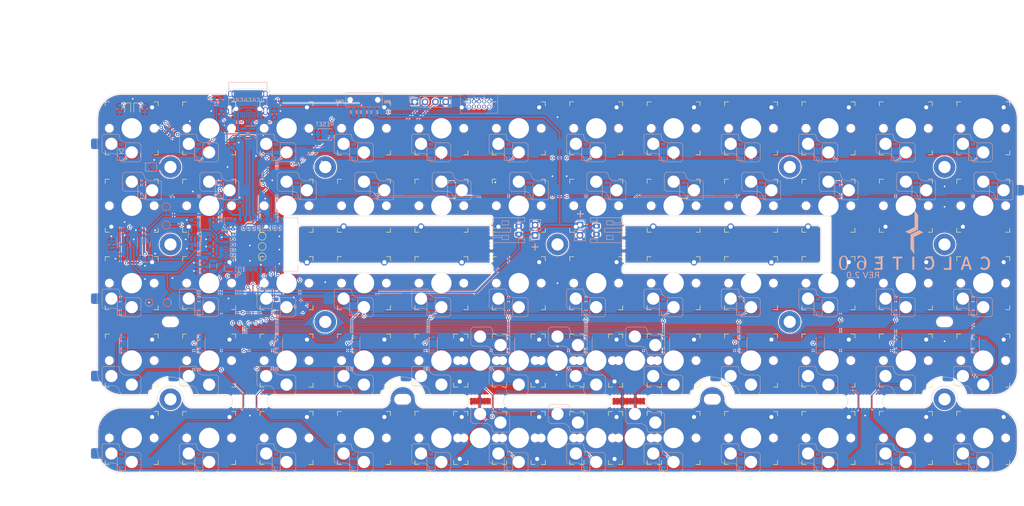
<source format=kicad_pcb>
(kicad_pcb (version 20241229) (generator "pcbnew") (generator_version "9.0")
  (title_block (title "Calcite60 Keyboard") (rev "2.0") (company "SideraKB") (comment 1 "Open source hardware, CERN-OHL-P v2") (comment 2 "Kailh Choc V1 (PG1350) Low Profile Switches"))
  (layers (0 "F.Cu" signal) (2 "B.Cu" signal) (13 "F.Paste" user) (15 "B.Paste" user) (5 "F.SilkS" user "F.Silkscreen") (7 "B.SilkS" user "B.Silkscreen") (1 "F.Mask" user) (3 "B.Mask" user) (25 "Edge.Cuts" user))
  (net 0 "")
  (net 1 "+5V")
  (net 2 "GND")
  (net 3 "ROW_0")
  (net 4 "ROW_1")
  (net 5 "ROW_2")
  (net 6 "ROW_3")
  (net 7 "ROW_4")
  (net 8 "VBUS")
  (net 9 "VDD")
  (net 10 "Net-(D2-A)")
  (net 11 "Net-(D3-A)")
  (net 12 "Net-(D4-A)")
  (net 13 "COL_0")
  (net 14 "COL_1")
  (net 15 "COL_2")
  (net 16 "COL_3")
  (net 17 "COL_4")
  (net 18 "COL_5")
  (net 19 "COL_6")
  (net 20 "COL_7")
  (net 21 "COL_8")
  (net 22 "COL_9")
  (net 23 "COL_10")
  (net 24 "COL_11")
  (net 25 "Net-(D5-A)")
  (net 26 "Net-(D6-A)")
  (net 27 "Net-(D7-A)")
  (net 28 "Net-(D8-A)")
  (net 29 "Net-(D9-A)")
  (net 30 "Net-(D10-A)")
  (net 31 "Net-(D11-A)")
  (net 32 "Net-(D12-A)")
  (net 33 "Net-(D13-A)")
  (net 34 "Net-(D14-A)")
  (net 35 "Net-(D15-A)")
  (net 36 "Net-(D16-A)")
  (net 37 "Net-(D17-A)")
  (net 38 "Net-(D18-A)")
  (net 39 "Net-(D19-A)")
  (net 40 "Net-(D20-A)")
  (net 41 "Net-(D21-A)")
  (net 42 "Net-(D22-A)")
  (net 43 "Net-(D23-A)")
  (net 44 "Net-(D24-A)")
  (net 45 "Net-(D25-A)")
  (net 46 "Net-(D26-A)")
  (net 47 "Net-(D27-A)")
  (net 48 "Net-(D28-A)")
  (net 49 "Net-(D29-A)")
  (net 50 "Net-(D30-A)")
  (net 51 "Net-(D31-A)")
  (net 52 "Net-(D32-A)")
  (net 53 "Net-(D33-A)")
  (net 54 "Net-(D34-A)")
  (net 55 "Net-(D35-A)")
  (net 56 "Net-(D36-A)")
  (net 57 "Net-(D37-A)")
  (net 58 "Net-(D38-A)")
  (net 59 "Net-(D39-A)")
  (net 60 "Net-(D40-A)")
  (net 61 "Net-(D41-A)")
  (net 62 "Net-(D42-A)")
  (net 63 "Net-(D43-A)")
  (net 64 "Net-(D44-A)")
  (net 65 "Net-(D45-A)")
  (net 66 "Net-(D46-A)")
  (net 67 "Net-(D47-A)")
  (net 68 "Net-(D48-A)")
  (net 69 "Net-(D49-A)")
  (net 70 "Net-(D50-A)")
  (net 71 "Net-(D51-A)")
  (net 72 "Net-(D52-A)")
  (net 73 "Net-(D55-A)")
  (net 74 "Net-(D56-A)")
  (net 75 "Net-(D59-A)")
  (net 76 "Net-(D60-A)")
  (net 77 "Net-(J1-CC1)")
  (net 79 "Net-(J1-CC2)")
  (net 81 "Net-(LD1-K)")
  (net 82 "Net-(SB1-A)")
  (net 83 "Net-(D53-A)")
  (net 84 "Net-(D57-A)")
  (net 85 "Net-(D58-A)")
  (net 89 "Net-(D54-A)")
  (net 90 "USB_D+")
  (net 91 "USB_D-")
  (net 92 "+BATT")
  (net 93 "Net-(Q1-D)")
  (net 94 "~{RESET}")
  (net 96 "/MCU/DCCH")
  (net 97 "SWD")
  (net 98 "SWC")
  (net 99 "Net-(D1-K)")
  (net 100 "Net-(U4-P0.00{slash}XL1)")
  (net 101 "Net-(U4-P0.01{slash}XL2)")
  (net 102 "Net-(D61-A)")
  (net 106 "Net-(LD2-K)")
  (net 107 "Net-(U2-~{CHRG})")
  (net 108 "Net-(U2-PROG)")
  (net 122 "Net-(LD3-K)")
  (net 124 "State_LED_2")
  (net 125 "State_LED_1")
  (net 127 "/MCU/Battery_sense")
  (net 129 "Net-(U4-P1.00)")
  (net 130 "Net-(U4-P1.02)")
  (net 131 "Net-(U4-P1.04)")
  (footprint "key-switches:SW_Kailh_Choc_V1V2_HotSwap_Hybrid" (layer "F.Cu") (at 192.64 76.912 180)
    (property "Reference" "KEY45" (hide yes))
    (property "Value" "SW_Push_45deg" (hide yes))
  )
  (footprint "key-switches:SW_Kailh_Choc_V1V2_HotSwap_Hybrid" (layer "F.Cu") (at 135.64 133.912)
    (property "Reference" "KEY26" (hide yes))
    (property "Value" "SW_Push_45deg" (hide yes))
  )
  (footprint "key-switches:SW_Kailh_Choc_V1V2_HotSwap_Hybrid" (layer "F.Cu") (at 116.64 133.912)
    (property "Reference" "KEY21" (hide yes))
    (property "Value" "SW_Push_45deg" (hide yes))
  )
  (footprint "key-switches:SW_Kailh_Choc_V1V2_HotSwap_Hybrid" (layer "F.Cu") (at 230.64 57.912)
    (property "Reference" "KEY54" (hide yes))
    (property "Value" "SW_Push_45deg" (hide yes))
  )
  (footprint "key-switches:SW_Kailh_Choc_V1V2_HotSwap_Hybrid" (layer "F.Cu") (at 173.64 95.912)
    (property "Reference" "KEY41" (hide yes))
    (property "Value" "SW_Push_45deg" (hide yes))
  )
  (footprint "key-switches:SW_Kailh_Choc_V1V2_HotSwap_Hybrid" (layer "F.Cu") (at 211.64 76.912 180)
    (property "Reference" "KEY50" (hide yes))
    (property "Value" "SW_Push_45deg" (hide yes))
  )
  (footprint "calcite:mouse_bite" (layer "F.Cu") (at 162.64 126.162)
    (property "Reference" "H25" (hide yes))
    (property "Value" "MountingHole" (hide yes))
  )
  (footprint "key-switches:SW_Kailh_Choc_V1V2_HotSwap_Hybrid" (layer "F.Cu") (at 40.64 114.912)
    (property "Reference" "KEY4" (hide yes))
    (property "Value" "SW_Push_45deg" (hide yes))
  )
  (footprint "key-switches:SW_Kailh_Choc_V1V2_HotSwap_Hybrid" (layer "F.Cu") (at 97.64 114.912)
    (property "Reference" "KEY19" (hide yes))
    (property "Value" "SW_Push_45deg" (hide yes))
  )
  (footprint "key-switches:SW_Kailh_Choc_V1V2_HotSwap_Hybrid" (layer "F.Cu") (at 249.64 114.912)
    (property "Reference" "KEY62" (hide yes))
    (property "Value" "SW_Push_45deg" (hide yes))
  )
  (footprint "key-switches:SW_Kailh_Choc_V1V2_HotSwap_Hybrid" (layer "F.Cu") (at 40.64 133.912)
    (property "Reference" "KEY5" (hide yes))
    (property "Value" "SW_Push_45deg" (hide yes))
  )
  (footprint "LED_SMD:LED_0603_1608Metric" (layer "F.Cu") (at 39.64 53.162 -90)
    (property "Reference" "LD2" (hide yes))
    (property "Value" "Blue")
  )
  (footprint "key-switches:SW_Kailh_Choc_V1V2_HotSwap_Hybrid" (layer "F.Cu") (at 59.64 133.912)
    (property "Reference" "KEY10" (hide yes))
    (property "Value" "SW_Push_45deg" (hide yes))
  )
  (footprint "key-switches:SW_Kailh_Choc_V1V2_HotSwap_Hybrid" (layer "F.Cu") (at 173.64 114.912)
    (property "Reference" "KEY42" (hide yes))
    (property "Value" "SW_Push_45deg" (hide yes))
  )
  (footprint "key-switches:SW_Kailh_Choc_V1V2_HotSwap_Hybrid" (layer "F.Cu") (at 40.64 57.912)
    (property "Reference" "KEY1" (hide yes))
    (property "Value" "SW_Push_45deg" (hide yes))
  )
  (footprint "key-switches:SW_Kailh_Choc_V1V2_HotSwap_Hybrid" (layer "F.Cu") (at 211.64 95.912)
    (property "Reference" "KEY51" (hide yes))
    (property "Value" "SW_Push_45deg" (hide yes))
  )
  (footprint "TestPoint:TestPoint_Pad_D1.5mm" (layer "F.Cu") (at 72.64 84.412)
    (property "Reference" "TP1" (hide yes))
    (property "Value" "TestPoint")
  )
  (footprint "key-switches:SW_Kailh_Choc_V1V2_HotSwap_Hybrid" (layer "F.Cu") (at 78.64 76.912 180)
    (property "Reference" "KEY12" (hide yes))
    (property "Value" "SW_Push_45deg" (hide yes))
  )
  (footprint "calcite:mouse_bite" (layer "F.Cu") (at 162.64 123.662)
    (property "Reference" "H24" (hide yes))
    (property "Value" "MountingHole" (hide yes))
  )
  (footprint "key-switches:SW_Kailh_Choc_V1V2_HotSwap_Hybrid" (layer "F.Cu") (at 59.64 114.912)
    (property "Reference" "KEY9" (hide yes))
    (property "Value" "SW_Push_45deg" (hide yes))
  )
  (footprint "key-switches:SW_Kailh_Choc_V1V2_HotSwap_Hybrid" (layer "F.Cu") (at 40.64 76.912 180)
    (property "Reference" "KEY2" (hide yes))
    (property "Value" "SW_Push_45deg" (hide yes))
  )
  (footprint "key-switches:SW_Kailh_Choc_V1V2_HotSwap_Hybrid" (layer "F.Cu") (at 97.64 95.912)
    (property "Reference" "KEY18" (hide yes))
    (property "Value" "SW_Push_45deg" (hide yes))
  )
  (footprint "key-switches:SW_Kailh_Choc_V1V2_HotSwap_Hybrid" (layer "F.Cu") (at 230.64 95.912)
    (property "Reference" "KEY56" (hide yes))
    (property "Value" "SW_Push_45deg" (hide yes))
  )
  (footprint "calcite:MountingHale_M2" (layer "F.Cu") (at 50.14 105.412)
    (property "Reference" "H13" (hide yes))
    (property "Value" "MountingHole" (hide yes))
  )
  (footprint "key-switches:SW_Kailh_Choc_V1V2_HotSwap_Hybrid" (layer "F.Cu") (at 154.64 57.912)
    (property "Reference" "KEY33" (hide yes))
    (property "Value" "SW_Push_45deg" (hide yes))
  )
  (footprint "key-switches:SW_Kailh_Choc_V1V2_HotSwap_Hybrid" (layer "F.Cu") (at 126.14 114.912 180)
    (property "Reference" "KEY64" (hide yes))
    (property "Value" "SW_Push_45deg" (hide yes))
  )
  (footprint "calcite:mouse_bite" (layer "F.Cu") (at 127.64 126.162)
    (property "Reference" "H23" (hide yes))
    (property "Value" "MountingHole" (hide yes))
  )
  (footprint "key-switches:SW_Kailh_Choc_V1V2_HotSwap_Hybrid" (layer "F.Cu") (at 192.64 133.912)
    (property "Reference" "KEY48" (hide yes))
    (property "Value" "SW_Push_45deg" (hide yes))
  )
  (footprint "key-switches:SW_Kailh_Choc_V1V2_HotSwap_Hybrid" (layer "F.Cu") (at 173.64 76.912 180)
    (property "Reference" "KEY40" (hide yes))
    (property "Value" "SW_Push_45deg" (hide yes))
  )
  (footprint "key-switches:SW_Kailh_Choc_V1V2_HotSwap_Hybrid" (layer "F.Cu") (at 116.64 57.912)
    (property "Reference" "KEY22" (hide yes))
    (property "Value" "SW_Push_45deg" (hide yes))
  )
  (footprint "key-switches:SW_Kailh_Choc_V1V2_HotSwap_Hybrid" (layer "F.Cu") (at 59.64 76.912 180)
    (property "Reference" "KEY7" (hide yes))
    (property "Value" "SW_Push_45deg" (hide yes))
  )
  (footprint "key-switches:SW_Kailh_Choc_V1V2_HotSwap_Hybrid" (layer "F.Cu") (at 249.64 95.912)
    (property "Reference" "KEY61" (hide yes))
    (property "Value" "SW_Push_45deg" (hide yes))
  )
  (footprint "key-switches:SW_Kailh_Choc_V1V2_HotSwap_Hybrid" (layer "F.Cu") (at 192.64 95.912)
    (property "Reference" "KEY46" (hide yes))
    (property "Value" "SW_Push_45deg" (hide yes))
  )
  (footprint "LED_SMD:LED_0603_1608Metric" (layer "F.Cu") (at 41.89 53.162 -90)
    (property "Reference" "LD3" (hide yes))
    (property "Value" "Blue")
  )
  (footprint "calcite:mouse_bite" (layer "F.Cu") (at 220.64 123.662)
    (property "Reference" "H18" (hide yes))
    (property "Value" "MountingHole" (hide yes))
  )
  (footprint "key-switches:SW_Kailh_Choc_V1V2_HotSwap_Hybrid" (layer "F.Cu") (at 78.64 114.912)
    (property "Reference" "KEY14" (hide yes))
    (property "Value" "SW_Push_45deg" (hide yes))
  )
  (footprint "key-switches:SW_Kailh_Choc_V1V2_HotSwap_Hybrid" (layer "F.Cu") (at 154.64 133.912)
    (property "Reference" "KEY32" (hide yes))
    (property "Value" "SW_Push_45deg" (hide yes))
  )
  (footprint "key-switches:SW_Kailh_Choc_V1V2_HotSwap_Hybrid" (layer "F.Cu") (at 211.64 57.912)
    (property "Reference" "KEY49" (hide yes))
    (property "Value" "SW_Push_45deg" (hide yes))
  )
  (footprint "key-switches:SW_Kailh_Choc_V1V2_HotSwap_Hybrid" (layer "F.Cu") (at 164.14 133.912 180)
    (property "Reference" "KEY43" (hide yes))
    (property "Value" "SW_Push_45deg" (hide yes))
  )
  (footprint "key-switches:SW_Kailh_Choc_V1V2_HotSwap_Hybrid" (layer "F.Cu") (at 116.64 95.912)
    (property "Reference" "KEY24" (hide yes))
    (property "Value" "SW_Push_45deg" (hide yes))
  )
  (footprint "calcite:MountingHale_M2" (layer "F.Cu") (at 183.14 124.412)
    (property "Reference" "H7" (hide yes))
    (property "Value" "MountingHole" (hide yes))
  )
  (footprint "key-switches:SW_Kailh_Choc_V1V2_HotSwap_Hybrid" (layer "F.Cu") (at 78.64 57.912)
    (property "Reference" "KEY11" (hide yes))
    (property "Value" "SW_Push_45deg" (hide yes))
  )
  (footprint "key-switches:SW_Kailh_Choc_V1V2_HotSwap_Hybrid" (layer "F.Cu") (at 145.14 133.912 180)
    (property "Reference" "KEY37" (hide yes))
    (property "Value" "SW_Push_45deg" (hide yes))
  )
  (footprint "key-switches:SW_Kailh_Choc_V1V2_HotSwap_Hybrid" (layer "F.Cu") (at 164.14 114.912 180)
    (property "Reference" "KEY66" (hide yes))
    (property "Value" "SW_Push_45deg" (hide yes))
  )
  (footprint "key-switches:SW_Kailh_Choc_V1V2_HotSwap_Hybrid" (layer "F.Cu") (at 211.64 133.912)
    (property "Reference" "KEY53" (hide yes))
    (property "Value" "SW_Push_45deg" (hide yes))
  )
  (footprint "calcite:mouse_bite" (layer "F.Cu") (at 69.64 123.662)
    (property "Reference" "H20" (hide yes))
    (property "Value" "MountingHole" (hide yes))
  )
  (footprint "calcite:MountingHale_M2" (layer "F.Cu") (at 107.14 124.412)
    (property "Reference" "H9" (hide yes))
    (property "Value" "MountingHole" (hide yes))
  )
  (footprint "key-switches:SW_Kailh_Choc_V1V2_HotSwap_Hybrid" (layer "F.Cu") (at 135.64 114.912)
    (property "Reference" "KEY30" (hide yes))
    (property "Value" "SW_Push_45deg" (hide yes))
  )
  (footprint "TestPoint:TestPoint_Pad_D1.5mm" (layer "F.Cu") (at 72.64 89.412)
    (property "Reference" "TP3" (hide yes))
    (property "Value" "TestPoint")
  )
  (footprint "key-switches:SW_Kailh_Choc_V1V2_HotSwap_Hybrid" (layer "F.Cu") (at 97.64 76.912 180)
    (property "Reference" "KEY17" (hide yes))
    (property "Value" "SW_Push_45deg" (hide yes))
  )
  (footprint "key-switches:SW_Kailh_Choc_V1V2_HotSwap_Hybrid" (layer "F.Cu") (at 59.64 57.912)
    (property "Reference" "KEY6" (hide yes))
    (property "Value" "SW_Push_45deg" (hide yes))
  )
  (footprint "key-switches:SW_Kailh_Choc_V1V2_HotSwap_Hybrid" (layer "F.Cu") (at 230.64 76.912 180)
    (property "Reference" "KEY55" (hide yes))
    (property "Value" "SW_Push_45deg" (hide yes))
  )
  (footprint "key-switches:SW_Kailh_Choc_V1V2_HotSwap_Hybrid" (layer "F.Cu") (at 97.64 133.912)
    (property "Reference" "KEY20" (hide yes))
    (property "Value" "SW_Push_45deg" (hide yes))
  )
  (footprint "TestPoint:TestPoint_Pad_D1.5mm" (layer "F.Cu") (at 72.64 86.912)
    (property "Reference" "TP2" (hide yes))
    (property "Value" "TestPoint")
  )
  (footprint "key-switches:SW_Kailh_Choc_V1V2_HotSwap_Hybrid" (layer "F.Cu") (at 59.64 95.912)
    (property "Reference" "KEY8" (hide yes))
    (property "Value" "SW_Push_45deg" (hide yes))
  )
  (footprint "calcite:mouse_bite" (layer "F.Cu") (at 69.64 126.162)
    (property "Reference" "H21" (hide yes))
    (property "Value" "MountingHole" (hide yes))
  )
  (footprint "key-switches:SW_Kailh_Choc_V1V2_HotSwap_Hybrid" (layer "F.Cu") (at 145.14 114.912 180)
    (property "Reference" "KEY65" (hide yes))
    (property "Value" "SW_Push_45deg" (hide yes))
  )
  (footprint "key-switches:SW_Kailh_Choc_V1V2_HotSwap_Hybrid" (layer "F.Cu") (at 135.64 95.912)
    (property "Reference" "KEY29" (hide yes))
    (property "Value" "SW_Push_45deg" (hide yes))
  )
  (footprint "key-switches:SW_Kailh_Choc_V1V2_HotSwap_Hybrid" (layer "F.Cu") (at 249.64 57.912)
    (property "Reference" "KEY59" (hide yes))
    (property "Value" "SW_Push_45deg" (hide yes))
  )
  (footprint "key-switches:SW_Kailh_Choc_V1V2_HotSwap_Hybrid" (layer "F.Cu") (at 154.64 114.912)
    (property "Reference" "KEY36" (hide yes))
    (property "Value" "SW_Push_45deg" (hide yes))
  )
  (footprint "key-switches:SW_Kailh_Choc_V1V2_HotSwap_Hybrid" (layer "F.Cu") (at 40.64 95.912)
    (property "Reference" "KEY3" (hide yes))
    (property "Value" "SW_Push_45deg" (hide yes))
  )
  (footprint "key-switches:SW_Kailh_Choc_V1V2_HotSwap_Hybrid" (layer "F.Cu") (at 126.14 133.912 180)
    (property "Reference" "KEY31" (hide yes))
    (property "Value" "SW_Push_45deg" (hide yes))
  )
  (footprint "key-switches:SW_Kailh_Choc_V1V2_HotSwap_Hybrid" (layer "F.Cu") (at 249.64 133.912)
    (property "Reference" "KEY63" (hide yes))
    (property "Value" "SW_Push_45deg" (hide yes))
  )
  (footprint "calcite:MountingHale_M2" (layer "F.Cu") (at 240.14 105.412)
    (property "Reference" "H11" (hide yes))
    (property "Value" "MountingHole" (hide yes))
  )
  (footprint "key-switches:SW_Kailh_Choc_V1V2_HotSwap_Hybrid" (layer "F.Cu") (at 97.64 57.912)
    (property "Reference" "KEY16" (hide yes))
    (property "Value" "SW_Push_45deg" (hide yes))
  )
  (footprint "key-switches:SW_Kailh_Choc_V1V2_HotSwap_Hybrid" (layer "F.Cu") (at 78.64 95.912)
    (property "Reference" "KEY13" (hide yes))
    (property "Value" "SW_Push_45deg" (hide yes))
  )
  (footprint "calcite:mouse_bite" (layer "F.Cu") (at 220.64 126.162)
    (property "Reference" "H19" (hide yes))
    (property "Value" "MountingHole" (hide yes))
  )
  (footprint "key-switches:SW_Kailh_Choc_V1V2_HotSwap_Hybrid" (layer "F.Cu") (at 116.64 76.912 180)
    (property "Reference" "KEY23" (hide yes))
    (property "Value" "SW_Push_45deg" (hide yes))
  )
  (footprint "key-switches:SW_Kailh_Choc_V1V2_HotSwap_Hybrid" (layer "F.Cu") (at 192.64 114.912)
    (property "Reference" "KEY47" (hide yes))
    (property "Value" "SW_Push_45deg" (hide yes))
  )
  (footprint "calcite:mouse_bite" (layer "F.Cu") (at 161.39 86.412 -90)
    (property "Reference" "H5" (hide yes))
    (property "Value" "MountingHole" (hide yes))
  )
  (footprint "calcite:mouse_bite" (layer "F.Cu") (at 127.64 123.662)
    (property "Reference" "H22" (hide yes))
    (property "Value" "MountingHole" (hide yes))
  )
  (footprint "key-switches:SW_Kailh_Choc_V1V2_HotSwap_Hybrid" (layer "F.Cu") (at 135.64 57.912)
    (property "Reference" "KEY27" (hide yes))
    (property "Value" "SW_Push_45deg" (hide yes))
  )
  (footprint "key-switches:SW_Kailh_Choc_V1V2_HotSwap_Hybrid" (layer "F.Cu") (at 230.64 133.912)
    (property "Reference" "KEY58" (hide yes))
    (property "Value" "SW_Push_45deg" (hide yes))
  )
  (footprint "key-switches:SW_Kailh_Choc_V1V2_HotSwap_Hybrid" (layer "F.Cu") (at 78.64 133.912)
    (property "Reference" "KEY15" (hide yes))
    (property "Value" "SW_Push_45deg" (hide yes))
  )
  (footprint "key-switches:SW_Kailh_Choc_V1V2_HotSwap_Hybrid" (layer "F.Cu") (at 249.64 76.912 180)
    (property "Reference" "KEY60" (hide yes))
    (property "Value" "SW_Push_45deg" (hide yes))
  )
  (footprint "key-switches:SW_Kailh_Choc_V1V2_HotSwap_Hybrid" (layer "F.Cu") (at 154.64 76.912 180)
    (property "Reference" "KEY34" (hide yes))
    (property "Value" "SW_Push_45deg" (hide yes))
  )
  (footprint "key-switches:SW_Kailh_Choc_V1V2_HotSwap_Hybrid" (layer "F.Cu") (at 135.64 76.912 180)
    (property "Reference" "KEY28" (hide yes))
    (property "Value" "SW_Push_45deg" (hide yes))
  )
  (footprint "key-switches:SW_Kailh_Choc_V1V2_HotSwap_Hybrid" (layer "F.Cu") (at 173.64 133.912)
    (property "Reference" "KEY38" (hide yes))
    (property "Value" "SW_Push_45deg" (hide yes))
  )
  (footprint "key-switches:SW_Kailh_Choc_V1V2_HotSwap_Hybrid" (layer "F.Cu") (at 192.64 57.912)
    (property "Reference" "KEY44" (hide yes))
    (property "Value" "SW_Push_45deg" (hide yes))
  )
  (footprint "key-switches:SW_Kailh_Choc_V1V2_HotSwap_Hybrid" (layer "F.Cu") (at 154.64 95.912)
    (property "Reference" "KEY35" (hide yes))
    (property "Value" "SW_Push_45deg" (hide yes))
  )
  (footprint "key-switches:SW_Kailh_Choc_V1V2_HotSwap_Hybrid" (layer "F.Cu") (at 211.64 114.912)
    (property "Reference" "KEY52" (hide yes))
    (property "Value" "SW_Push_45deg" (hide yes))
  )
  (footprint "key-switches:SW_Kailh_Choc_V1V2_HotSwap_Hybrid" (layer "F.Cu") (at 230.64 114.912)
    (property "Reference" "KEY57" (hide yes))
    (property "Value" "SW_Push_45deg" (hide yes))
  )
  (footprint "key-switches:SW_Kailh_Choc_V1V2_HotSwap_Hybrid" (layer "F.Cu") (at 173.64 57.912)
    (property "Reference" "KEY39" (hide yes))
    (property "Value" "SW_Push_45deg" (hide yes))
  )
  (footprint "key-switches:SW_Kailh_Choc_V1V2_HotSwap_Hybrid" (layer "F.Cu") (at 116.64 114.912)
    (property "Reference" "KEY25" (hide yes))
    (property "Value" "SW_Push_45deg" (hide yes))
  )
  (footprint "Diode_SMD:D_SOD-123" (layer "B.Cu") (at 95.1 101.5 90)
    (property "Reference" "D19" (hide yes))
    (property "Value" "1N4148")
  )
  (footprint "Resistor_SMD:R_0603_1608Metric" (layer "B.Cu") (at 60.64 80.412)
    (property "Reference" "R7" (hide yes))
    (property "Value" "10k")
  )
  (footprint "Diode_SMD:D_SOD-123" (layer "B.Cu") (at 176.14 72.912 90)
    (property "Reference" "D38" (hide yes))
    (property "Value" "1N4148")
  )
  (footprint "Diode_SMD:D_SOD-123" (layer "B.Cu") (at 171.1 139.5 90)
    (property "Reference" "D41" (hide yes))
    (property "Value" "1N4148")
  )
  (footprint "Diode_SMD:D_SOD-123" (layer "B.Cu") (at 214.14 72.912 90)
    (property "Reference" "D48" (hide yes))
    (property "Value" "1N4148")
  )
  (footprint "Resistor_SMD:R_0603_1608Metric" (layer "B.Cu") (at 35.64 86.412 90)
    (property "Reference" "R4" (hide yes))
    (property "Value" "5.1k")
  )
  (footprint "Package_TO_SOT_SMD:SOT-23-5" (layer "B.Cu") (at 56.14 83.912 90)
    (property "Reference" "U3" (hide yes))
    (property "Value" "RT9013-33GB" (hide yes))
  )
  (footprint "Connector_JST:JST_PH_S2B-PH-K_1x02_P2.00mm_Horizontal" (layer "B.Cu") (at 135.64 83.912 90)
    (property "Reference" "J5" (hide yes))
    (property "Value" "Conn_01x02")
  )
  (footprint "Diode_SMD:D_SOD-123" (layer "B.Cu") (at 195.14 72.912 90)
    (property "Reference" "D43" (hide yes))
    (property "Value" "1N4148")
  )
  (footprint "Package_TO_SOT_SMD:SOT-23-5" (layer "B.Cu") (at 38.64 86.412 -90)
    (property "Reference" "U2" (hide yes))
    (property "Value" "TP4054")
  )
  (footprint "Resistor_SMD:R_0603_1608Metric" (layer "B.Cu") (at 37.64 53.162 -90)
    (property "Reference" "R6" (hide yes))
    (property "Value" "1k")
  )
  (footprint "calcite:MountingWuerth_M2" (layer "B.Cu") (at 50.14 86.412 180)
    (property "Reference" "H17" (hide yes))
    (property "Value" "MountingHole" (hide yes))
  )
  (footprint "Diode_SMD:D_SOD-123" (layer "B.Cu") (at 76.1 63.5 90)
    (property "Reference" "D12" (hide yes))
    (property "Value" "1N4148")
  )
  (footprint "LOGO" (layer "B.Cu") (at 232.004521 95.728792 180)
    (property "Reference" "G***" (hide yes))
    (property "Value" "LOGO" (hide yes))
  )
  (footprint "Capacitor_SMD:C_0603_1608Metric" (layer "B.Cu") (at 57.64 90.912)
    (property "Reference" "C5" (hide yes))
    (property "Value" "12pF")
  )
  (footprint "LED_SMD:LED_0603_1608Metric" (layer "B.Cu") (at 61.64 50.662)
    (property "Reference" "LD1" (hide yes))
    (property "Value" "Blue")
  )
  (footprint "calcite:MountingWuerth_M2" (layer "B.Cu") (at 202.14 67.412 180)
    (property "Reference" "H14" (hide yes))
    (property "Value" "MountingHole" (hide yes))
  )
  (footprint "Capacitor_SMD:C_0603_1608Metric" (layer "B.Cu") (at 60.64 85.162 180)
    (property "Reference" "C6" (hide yes))
    (property "Value" "10uF")
  )
  (footprint "Diode_SMD:D_SOD-123" (layer "B.Cu") (at 119.14 72.912 90)
    (property "Reference" "D23" (hide yes))
    (property "Value" "1N4148")
  )
  (footprint "Diode_SMD:D_SOD-123" (layer "B.Cu") (at 133.1 63.5 90)
    (property "Reference" "D27" (hide yes))
    (property "Value" "1N4148")
  )
  (footprint "Diode_SMD:D_SOD-123" (layer "B.Cu") (at 190.1 101.5 90)
    (property "Reference" "D44" (hide yes))
    (property "Value" "1N4148")
  )
  (footprint "Diode_SMD:D_SOD-123" (layer "B.Cu") (at 228.1 63.5 90)
    (property "Reference" "D52" (hide yes))
    (property "Value" "1N4148")
  )
  (footprint "Crystal:Crystal_SMD_3215-2Pin_3.2x1.5mm" (layer "B.Cu") (at 60.64 91.662 90)
    (property "Reference" "Y1" (hide yes))
    (property "Value" "32.768kHz")
  )
  (footprint "Diode_SMD:D_SOD-123" (layer "B.Cu") (at 57.1 63.5 90)
    (property "Reference" "D7" (hide yes))
    (property "Value" "1N4148")
  )
  (footprint "Diode_SMD:D_SOD-123" (layer "B.Cu") (at 247.1 63.5 90)
    (property "Reference" "D57" (hide yes))
    (property "Value" "1N4148")
  )
  (footprint "Package_TO_SOT_SMD:SOT-23" (layer "B.Cu") (at 43.64 86.412 -90)
    (property "Reference" "Q1" (hide yes))
    (property "Value" "AO3407")
  )
  (footprint "Button_Switch_SMD:SW_SPST_B3U-1000P" (layer "B.Cu") (at 88.04 59.412)
    (property "Reference" "SW2" (hide yes))
    (property "Value" "RESET")
  )
  (footprint "calcite:9_3.5_3.5 Switch" (layer "B.Cu") (at 97.64 50.912 180)
    (property "Reference" "SW1" (hide yes))
    (property "Value" "SW_DPDT_x2" (hide yes))
  )
  (footprint "Diode_SMD:D_SOD-123" (layer "B.Cu") (at 38.64 110.812 90)
    (property "Reference" "D5" (hide yes))
    (property "Value" "1N4148")
  )
  (footprint "TestPoint:TestPoint_Pad_D1.5mm" (layer "B.Cu") (at 49.14 81.662 -90)
    (property "Reference" "TP5" (hide yes))
    (property "Value" "TestPoint")
  )
  (footprint "calcite:MountingWuerth_M2" (layer "B.Cu") (at 202.14 105.412 180)
    (property "Reference" "H12" (hide yes))
    (property "Value" "MountingHole" (hide yes))
  )
  (footprint "Diode_SMD:D_SOD-123" (layer "B.Cu") (at 133.64 110.812 90)
    (property "Reference" "D30" (hide yes))
    (property "Value" "1N4148")
  )
  (footprint "calcite:MountingWuerth_M2" (layer "B.Cu") (at 88.14 67.412 180)
    (property "Reference" "H16" (hide yes))
    (property "Value" "MountingHole" (hide yes))
  )
  (footprint "calcite:MountingWuerth_M2" (layer "B.Cu") (at 50.14 124.412 180)
    (property "Reference" "H2" (hide yes))
    (property "Value" "MountingHole" (hide yes))
  )
  (footprint "Diode_SMD:D_SOD-123" (layer "B.Cu") (at 138.14 72.912 90)
    (property "Reference" "D28" (hide yes))
    (property "Value" "1N4148")
  )
  (footprint "Diode_SMD:D_SOD-123" (layer "B.Cu") (at 57.1 101.5 90)
    (property "Reference" "D9" (hide yes))
    (property "Value" "1N4148")
  )
  (footprint "Connector_USB:USB_C_Receptacle_HRO_TYPE-C-31-M-12" (layer "B.Cu") (at 69.14 50.512)
    (property "Reference" "J1" (hide yes))
    (property "Value" "USB_C_Receptacle_USB2.0")
  )
  (footprint "Diode_SMD:D_SOD-123" (layer "B.Cu") (at 133.1 139.5 90)
    (property "Reference" "D31" (hide yes))
    (property "Value" "1N4148")
  )
  (footprint "Package_TO_SOT_SMD:SOT-23-6" (layer "B.Cu") (at 69.14 58.912 180)
    (property "Reference" "U1" (hide yes))
    (property "Value" "SRV05-4")
  )
  (footprint "Diode_SMD:D_SOD-123" (layer "B.Cu") (at 38.1 101.5 90)
    (property "Reference" "D4" (hide yes))
    (property "Value" "1N4148")
  )
  (footprint "Resistor_SMD:R_0603_1608Metric" (layer "B.Cu") (at 43.89 53.162 -90)
    (property "Reference" "R8" (hide yes))
    (property "Value" "1k")
  )
  (footprint "Jumper:SolderJumper-2_P1.3mm_Open_TrianglePad1.0x1.5mm" (layer "B.Cu") (at 45.39 67.412 180)
    (property "Reference" "SB1" (hide yes))
    (property "Value" "SolderJumper_2_Open")
  )
  (footprint "Resistor_SMD:R_0603_1608Metric" (layer "B.Cu") (at 38.64 82.912 180)
    (property "Reference" "R3" (hide yes))
    (property "Value" "1k")
  )
  (footprint "Diode_SMD:D_SOD-123" (layer "B.Cu") (at 171.64 110.812 90)
    (property "Reference" "D40" (hide yes))
    (property "Value" "1N4148")
  )
  (footprint "Diode_SMD:D_SOD-123" (layer "B.Cu") (at 233.14 72.912 90)
    (property "Reference" "D53" (hide yes))
    (property "Value" "1N4148")
  )
  (footprint "Diode_SMD:D_SOD-123" (layer "B.Cu") (at 57.1 139.5 90)
    (property "Reference" "D11" (hide yes))
    (property "Value" "1N4148")
  )
  (footprint "Diode_SMD:D_SOD-123" (layer "B.Cu") (at 114.1 101.5 90)
    (property "Reference" "D24" (hide yes))
    (property "Value" "1N4148")
  )
  (footprint "Diode_SMD:D_SOD-123" (layer "B.Cu") (at 190.1 63.5 90)
    (property "Reference" "D42" (hide yes))
    (property "Value" "1N4148")
  )
  (footprint "Diode_SMD:D_SOD-123" (layer "B.Cu") (at 247.64 110.812 90)
    (property "Reference" "D60" (hide yes))
    (property "Value" "1N4148")
  )
  (footprint "TestPoint:TestPoint_Pad_D1.5mm" (layer "B.Cu") (at 49.14 77.162 180)
    (property "Reference" "TP7" (hide yes))
    (property "Value" "TestPoint")
  )
  (footprint "Diode_SMD:D_SOD-123" (layer "B.Cu") (at 171.1 63.5 90)
    (property "Reference" "D37" (hide yes))
    (property "Value" "1N4148")
  )
  (footprint "Diode_SMD:D_SOD-123" (layer "B.Cu") (at 209.1 101.5 90)
    (property "Reference" "D49" (hide yes))
    (property "Value" "1N4148")
  )
  (footprint "Resistor_SMD:R_0603_1608Metric" (layer "B.Cu") (at 60.64 88.662)
    (property "Reference" "R10" (hide yes))
    (property "Value" "820k")
  )
  (footprint "Resistor_SMD:R_0603_1608Metric" (layer "B.Cu") (at 75.64 54.412 90)
    (property "Reference" "R2" (hide yes))
    (property "Value" "5.1k")
  )
  (footprint "TestPoint:TestPoint_Pad_D1.5mm" (layer "B.Cu") (at 44.89 100.662 -90)
    (property "Reference" "TP6" (hide yes))
    (property "Value" "TestPoint")
  )
  (footprint "Connector_JST:JST_PH_S2B-PH-K_1x02_P2.00mm_Horizontal" (layer "B.Cu") (at 154.69 81.912 -90)
    (property "Reference" "J3" (hide yes))
    (property "Value" "Conn_01x02")
  )
  (footprint "Diode_SMD:D_SOD-123" (layer "B.Cu") (at 100.14 72.912 90)
    (property "Reference" "D18" (hide yes))
    (property "Value" "1N4148")
  )
  (footprint "Capacitor_SMD:C_0603_1608Metric" (layer "B.Cu") (at 67.14 76.912 90)
    (property "Reference" "C7" (hide yes))
    (property "Value" "10uF")
  )
  (footprint "Diode_SMD:D_SOD-123" (layer "B.Cu") (at 95.64 110.812 90)
    (property "Reference" "D20" (hide yes))
    (property "Value" "1N4148")
  )
  (footprint "calcite:MountingWuerth_M2" (layer "B.Cu") (at 240.14 67.412 180)
    (property "Reference" "H4" (hide yes))
    (property "Value" "MountingHole" (hide yes))
  )
  (footprint "Diode_SMD:D_SOD-123" (layer "B.Cu") (at 152.1 63.5 90)
    (property "Reference" "D32" (hide yes))
    (property "Value" "1N4148")
  )
  (footprint "Capacitor_SMD:C_0603_1608Metric" (layer "B.Cu") (at 56.14 87.412 180)
    (property "Reference" "C2" (hide yes))
    (property "Value" "1uF")
  )
  (footprint "Diode_SMD:D_SOD-123" (layer "B.Cu") (at 62.14 72.912 90)
    (property "Reference" "D8" (hide yes))
    (property "Value" "1N4148")
  )
  (footprint "Diode_SMD:D_SOD-123" (layer "B.Cu") (at 76.1 101.5 90)
    (property "Reference" "D14" (hide yes))
    (property "Value" "1N4148")
  )
  (footprint "Diode_SMD:D_SOD-123" (layer "B.Cu") (at 252.14 72.912 90)
    (property "Reference" "D58" (hide yes))
    (property "Value" "1N4148")
  )
  (footprint "calcite:MountingWuerth_M2" (layer "B.Cu") (at 145.14 86.412 180)
    (property "Reference" "H8" (hide yes))
    (property "Value" "MountingHole" (hide yes))
  )
  (footprint "Diode_SMD:D_SOD-123" (layer "B.Cu") (at 95.1 63.5 90)
    (property "Reference" "D17" (hide yes))
    (property "Value" "1N4148")
  )
  (footprint "Connector_PinHeader_2.54mm:PinHeader_1x02_P2.54mm_Vertical" (layer "B.Cu") (at 139.64 84.187)
    (property "Reference" "J4" (hide yes))
    (property "Value" "Conn_01x02")
  )
  (footprint "Diode_SMD:D_SOD-123" (layer "B.Cu") (at 81.14 72.912 90)
    (property "Reference" "D13" (hide yes))
    (property "Value" "1N4148")
  )
  (footprint "Diode_SMD:D_SOD-123" (layer "B.Cu") (at 76.1 139.5 90)
    (property "Reference" "D16" (hide yes))
    (property "Value" "1N4148")
  )
  (footprint "Diode_SMD:D_SOD-123" (layer "B.Cu") (at 171.1 101.5 90)
    (property "Reference" "D39" (hide yes))
    (property "Value" "1N4148")
  )
  (footprint "Resistor_SMD:R_0603_1608Metric" (layer "B.Cu") (at 62.64 54.412 90)
    (property "Reference" "R1" (hide yes))
    (property "Value" "5.1k")
  )
  (footprint "calcite:MountingWuerth_M2" (layer "B.Cu") (at 240.14 86.412 180)
    (property "Reference" "H15" (hide yes))
    (property "Value" "MountingHole" (hide yes))
  )
  (footprint "Diode_SMD:D_SOD-323_HandSoldering" (layer "B.Cu") (at 43.7025 89.912 180)
    (property "Reference" "D1" (hide yes))
    (property "Value" "1N5819")
  )
  (footprint "Diode_SMD:D_SOD-123" (layer "B.Cu") (at 190.1 139.5 90)
    (property "Reference" "D46" (hide yes))
    (property "Value" "1N4148")
  )
  (footprint "Diode_SMD:D_SOD-123" (layer "B.Cu") (at 38.1 63.5 90)
    (property "Reference" "D2" (hide yes))
    (property "Value" "1N4148")
  )
  (footprint "Diode_SMD:D_SOD-123" (layer "B.Cu") (at 228.1 139.5 90)
    (property "Reference" "D56" (hide yes))
    (property "Value" "1N4148")
  )
  (footprint "Diode_SMD:D_SOD-123" (layer "B.Cu") (at 228.64 110.812 90)
    (property "Reference" "D55" (hide yes))
    (property "Value" "1N4148")
  )
  (footprint "Capacitor_SMD:C_0603_1608Metric" (layer "B.Cu") (at 57.64 92.912 180)
    (property "Reference" "C4" (hide yes))
    (property "Value" "12pF")
  )
  (footprint "Diode_SMD:D_SOD-123" (layer "B.Cu") (at 152.64 110.812 90)
    (property "Reference" "D35" (hide yes))
    (property "Value" "1N4148")
  )
  (footprint "Resistor_SMD:R_0603_1608Metric" (layer "B.Cu") (at 60.64 86.912 180)
    (property "Reference" "R9" (hide yes))
    (property "Value" "2M")
  )
  (footprint "Capacitor_SMD:C_0603_1608Metric" (layer "B.Cu") (at 38.64 89.912 180)
    (property "Reference" "C1" (hide yes))
    (property "Value" "1uF")
  )
  (footprint "Diode_SMD:D_SOD-123" (layer "B.Cu") (at 247.1 101.5 90)
    (property "Reference" "D59" (hide yes))
    (property "Value" "1N4148")
  )
  (footprint "Diode_SMD:D_SOD-123" (layer "B.Cu") (at 114.1 63.5 90)
    (property "Reference" "D22" (hide yes))
    (property "Value" "1N4148")
  )
  (footprint "Diode_SMD:D_SOD-123" (layer "B.Cu") (at 209.64 110.812 90)
    (property "Reference" "D50" (hide yes))
    (property "Value" "1N4148")
  )
  (footprint "Diode_SMD:D_SOD-123" (layer "B.Cu") (at 152.1 139.5 90)
    (property "Reference" "D36" (hide yes))
    (property "Value" "1N4148")
  )
  (footprint "Diode_SMD:D_SOD-123" (layer "B.Cu") (at 57.64 110.812 90)
    (property "Reference" "D10" (hide yes))
    (property "Value" "1N4148")
  )
  (footprint "calcite:MountingWuerth_M2" (layer "B.Cu") (at 88.14 105.412 180)
    (property "Reference" "H10" (hide yes))
    (property "Value" "MountingHole" (hide yes))
  )
  (footprint "Connector_PinHeader_2.54mm:PinHeader_1x04_P2.54mm_Vertical" (layer "B.Cu") (at 110.1 51.412 -90)
    (property "Reference" "J6" (hide yes))
    (property "Value" "Conn_01x04")
  )
  (footprint "TestPoint:TestPoint_Pad_D1.5mm" (layer "B.Cu") (at 49.39 100.662 -90)
    (property "Reference" "TP4" (hide yes))
    (property "Value" "TestPoint")
  )
  (footprint "Diode_SMD:D_SOD-123" (layer "B.Cu") (at 114.64 110.812 90)
    (property "Reference" "D25" (hide yes))
    (property "Value" "1N4148")
  )
  (footprint "calcite:E73-2G4M08S1C-52840" (layer "B.Cu") (at 72.39 86.412)
    (property "Reference" "U4" (hide yes))
    (property "Value" "E73-2G4M08S1C")
  )
  (footprint "Diode_SMD:D_SOD-123" (layer "B.Cu") (at 76.64 110.812 90)
    (property "Reference" "D15" (hide yes))
    (property "Value" "1N4148")
  )
  (footprint "Diode_SMD:D_SOD-123" (layer "B.Cu") (at 190.64 110.812 90)
    (property "Reference" "D45" (hide yes))
    (property "Value" "1N4148")
  )
  (footprint "Resistor_SMD:R_0603_1608Metric" (layer "B.Cu") (at 43.7025 82.912 180)
    (property "Reference" "R5" (hide yes))
    (property "Value" "100k")
  )
  (footprint "calcite:MountingWuerth_M2" (layer "B.Cu") (at 240.14 124.412 180)
    (property "Reference" "H6" (hide yes))
    (property "Value" "MountingHole" (hide yes))
  )
  (footprint "Capacitor_SMD:C_0603_1608Metric" (layer "B.Cu") (at 56.14 80.412 180)
    (property "Reference" "C3" (hide yes))
    (property "Value" "1uF")
  )
  (footprint "Diode_SMD:D_SOD-123" (layer "B.Cu") (at 247.1 139.5 90)
    (property "Reference" "D61" (hide yes))
    (property "Value" "1N4148")
  )
  (footprint "Diode_SMD:D_SOD-123" (layer "B.Cu") (at 133.1 101.5 90)
    (property "Reference" "D29" (hide yes))
    (property "Value" "1N4148")
  )
  (footprint "Diode_SMD:D_SOD-123" (layer "B.Cu") (at 228.1 101.5 90)
    (property "Reference" "D54" (hide yes))
    (property "Value" "1N4148")
  )
  (footprint "Diode_SMD:D_SOD-123" (layer "B.Cu") (at 43.14 72.912 90)
    (property "Reference" "D3" (hide yes))
    (property "Value" "1N4148")
  )
  (footprint "Diode_SMD:D_SOD-123" (layer "B.Cu") (at 209.1 63.5 90)
    (property "Reference" "D47" (hide yes))
    (property "Value" "1N4148")
  )
  (footprint "Diode_SMD:D_SOD-123" (layer "B.Cu") (at 38.1 139.5 90)
    (property "Reference" "D6" (hide yes))
    (property "Value" "1N4148")
  )
  (footprint "Connector_PinHeader_2.54mm:PinHeader_1x02_P2.54mm_Vertical" (layer "B.Cu") (at 150.64 81.637 180)
    (property "Reference" "J2" (hide yes))
    (property "Value" "Conn_01x02")
  )
  (footprint "Fuse:Fuse_0805_2012Metric" (layer "B.Cu") (at 65.16 61.731 -90)
    (property "Reference" "F1" (hide yes))
    (property "Value" "500mA, 6V")
  )
  (footprint "calcite:MountingWuerth_M2" (layer "B.Cu") (at 50.14 67.412 180)
    (property "Reference" "H1" (hide yes))
    (property "Value" "MountingHole" (hide yes))
  )
  (footprint "Diode_SMD:D_SOD-123" (layer "B.Cu") (at 114.1 139.5 90)
    (property "Reference" "D26" (hide yes))
    (property "Value" "1N4148")
  )
  (footprint "Diode_SMD:D_SOD-123" (layer "B.Cu") (at 152.1 101.5 90)
    (property "Reference" "D34" (hide yes))
    (property "Value" "1N4148")
  )
  (footprint "calcite:10pin SWD" (layer "B.Cu") (at 125.89 51.912 -90)
    (property "Reference" "J7" (hide yes))
    (property "Value" "Conn_02x05_Counter_Clockwise")
  )
  (footprint "Diode_SMD:D_SOD-123" (layer "B.Cu") (at 157.14 72.912 90)
    (property "Reference" "D33" (hide yes))
    (property "Value" "1N4148")
  )
  (footprint "Diode_SMD:D_SOD-123" (layer "B.Cu") (at 95.1 139.5 90)
    (property "Reference" "D21" (hide yes))
    (property "Value" "1N4148")
  )
  (footprint "Diode_SMD:D_SOD-123" (layer "B.Cu") (at 209.1 139.5 90)
    (property "Reference" "D51" (hide yes))
    (property "Value" "1N4148")
  )
  (gr_line (start 38.70215 64.137932) (end 37.43215 64.137932) (stroke (width 0.15)) (layer "B.SilkS"))
  (gr_poly (pts (xy 38.06715 64.010932) (xy 38.70215 62.994932) (xy 37.43215 62.994932)) (stroke (width 0.15)) (fill no) (layer "B.SilkS"))
  (gr_poly (pts (xy 231.802685 83.942024) (xy 231.749731 87.472692) (xy 232.715615 88.838964) (xy 232.64 84.586645) (xy 234.97278 83.427862) (xy 233.890585 82.912)) (fill yes) (layer "B.SilkS"))
  (gr_poly (pts (xy 232.802268 82.130465) (xy 230.472121 83.294536) (xy 231.555484 83.807942) (xy 233.641042 82.773185) (xy 233.685988 79.242406) (xy 232.71701 77.878327)) (fill yes) (layer "B.SilkS"))
  (gr_circle (center 87.25584 66.041871) (end 87.50584 66.041871) (fill yes) (layer "B.SilkS"))
  (gr_line (start 245.39 126.412) (end 252.14 126.412) (stroke (width 0.1)) (layer "Edge.Cuts"))
  (gr_line (start 101.39 123.411999) (end 75.39 123.412) (stroke (width 0.1)) (layer "Edge.Cuts"))
  (gr_line (start 63.89 48.762) (end 63.89 48.912) (stroke (width 0.1)) (layer "Edge.Cuts"))
  (gr_arc (start 74.89 49.412) (mid 74.536447 49.265553) (end 74.39 48.912) (stroke (width 0.1)) (layer "Edge.Cuts"))
  (gr_line (start 214.89 123.412) (end 188.889999 123.412) (stroke (width 0.1)) (layer "Edge.Cuts"))
  (gr_line (start 226.39 126.412) (end 234.89 126.412) (stroke (width 0.1)) (layer "Edge.Cuts"))
  (gr_arc (start 236.89 124.412) (mid 240.14 121.162) (end 243.39 124.412) (stroke (width 0.1)) (layer "Edge.Cuts"))
  (gr_line (start 258.14 117.412) (end 258.14 55.412) (stroke (width 0.1)) (layer "Edge.Cuts"))
  (gr_arc (start 44.89 122.912) (mid 50.14 118.951918) (end 55.39 122.912) (stroke (width 0.1)) (layer "Edge.Cuts"))
  (gr_arc (start 121.89 123.412) (mid 123.39 124.912) (end 121.89 126.412) (stroke (width 0.1)) (layer "Edge.Cuts"))
  (gr_arc (start 38.14 142.412) (mid 33.897359 140.654641) (end 32.14 136.412) (stroke (width 0.1)) (layer "Edge.Cuts"))
  (gr_arc (start 82.39 91.162) (mid 81.682893 90.869107) (end 81.39 90.162) (stroke (width 0.1)) (layer "Edge.Cuts"))
  (gr_arc (start 177.89 122.912) (mid 183.14 118.951918) (end 188.39 122.912) (stroke (width 0.1)) (layer "Edge.Cuts"))
  (gr_line (start 258.14 132.412) (end 258.14 136.412) (stroke (width 0.1)) (layer "Edge.Cuts"))
  (gr_arc (start 234.89 122.912) (mid 234.743553 123.265553) (end 234.39 123.411999) (stroke (width 0.1)) (layer "Edge.Cuts"))
  (gr_line (start 129.14 92.912) (end 129.14 92.162) (stroke (width 0.1)) (layer "Edge.Cuts"))
  (gr_line (start 32.14 55.412) (end 32.14 117.412) (stroke (width 0.1)) (layer "Edge.Cuts"))
  (gr_line (start 63.39 49.412) (end 38.14 49.412) (stroke (width 0.1)) (layer "Edge.Cuts"))
  (gr_arc (start 101.89 122.912) (mid 107.14 118.951918) (end 112.39 122.912) (stroke (width 0.1)) (layer "Edge.Cuts"))
  (gr_line (start 164.39 91.162) (end 208.89 91.162) (stroke (width 0.1)) (layer "Edge.Cuts"))
  (gr_arc (start 161.64 93.412) (mid 161.286447 93.265553) (end 161.14 92.912) (stroke (width 0.1)) (layer "Edge.Cuts"))
  (gr_line (start 161.14 92.162) (end 161.14 92.912) (stroke (width 0.1)) (layer "Edge.Cuts"))
  (gr_arc (start 245.889999 123.412) (mid 245.536446 123.265553) (end 245.39 122.912) (stroke (width 0.1)) (layer "Edge.Cuts"))
  (gr_line (start 161.14 79.912) (end 161.14 80.662) (stroke (width 0.1)) (layer "Edge.Cuts"))
  (gr_line (start 125.89 81.662) (end 82.39 81.662) (stroke (width 0.1)) (layer "Edge.Cuts"))
  (gr_arc (start 112.889999 123.412) (mid 112.536446 123.265553) (end 112.39 122.912) (stroke (width 0.1)) (layer "Edge.Cuts"))
  (gr_arc (start 81.39 82.662) (mid 81.682893 81.954893) (end 82.39 81.662) (stroke (width 0.1)) (layer "Edge.Cuts"))
  (gr_line (start 234.39 123.411999) (end 226.39 123.412) (stroke (width 0.1)) (layer "Edge.Cuts"))
  (gr_arc (start 63.89 123.412) (mid 65.39 124.912) (end 63.89 126.412) (stroke (width 0.1)) (layer "Edge.Cuts"))
  (gr_arc (start 46.89 124.412) (mid 46.304214 125.826214) (end 44.89 126.412) (stroke (width 0.1)) (layer "Edge.Cuts"))
  (gr_arc (start 63.89 48.912) (mid 63.743553 49.265553) (end 63.39 49.412) (stroke (width 0.1)) (layer "Edge.Cuts"))
  (gr_arc (start 32.14 132.412) (mid 33.897359 128.169359) (end 38.14 126.412) (stroke (width 0.1)) (layer "Edge.Cuts"))
  (gr_line (start 164.39 91.162) (end 162.14 91.162) (stroke (width 0.1)) (layer "Edge.Cuts"))
  (gr_line (start 78.14 79.912) (end 78.14 92.912) (stroke (width 0.1)) (layer "Edge.Cuts"))
  (gr_line (start 129.14 80.662) (end 129.14 79.912) (stroke (width 0.1)) (layer "Edge.Cuts"))
  (gr_line (start 156.89 123.412) (end 133.39 123.412) (stroke (width 0.1)) (layer "Edge.Cuts"))
  (gr_arc (start 133.39 126.412) (mid 131.89 124.912) (end 133.39 123.412) (stroke (width 0.1)) (layer "Edge.Cuts"))
  (gr_arc (start 128.64 79.412) (mid 128.993553 79.558447) (end 129.14 79.912) (stroke (width 0.1)) (layer "Edge.Cuts"))
  (gr_arc (start 156.89 123.412) (mid 158.39 124.912) (end 156.89 126.412) (stroke (width 0.1)) (layer "Edge.Cuts"))
  (gr_arc (start 78.64 93.412) (mid 78.286447 93.265553) (end 78.14 92.912) (stroke (width 0.1)) (layer "Edge.Cuts"))
  (gr_arc (start 112.39 126.412) (mid 110.975786 125.826214) (end 110.39 124.412) (stroke (width 0.1)) (layer "Edge.Cuts"))
  (gr_arc (start 161.14 79.912) (mid 161.286447 79.558447) (end 161.64 79.412) (stroke (width 0.1)) (layer "Edge.Cuts"))
  (gr_arc (start 129.14 80.662) (mid 128.847107 81.369107) (end 128.14 81.662) (stroke (width 0.1)) (layer "Edge.Cuts"))
  (gr_arc (start 103.89 124.412) (mid 107.14 121.162) (end 110.39 124.412) (stroke (width 0.1)) (layer "Edge.Cuts"))
  (gr_arc (start 211.64 79.412) (mid 211.993553 79.558447) (end 212.14 79.912) (stroke (width 0.1)) (layer "Edge.Cuts"))
  (gr_arc (start 162.14 81.662) (mid 161.432893 81.369107) (end 161.14 80.662) (stroke (width 0.1)) (layer "Edge.Cuts"))
  (gr_arc (start 128.14 91.162) (mid 128.847107 91.454893) (end 129.14 92.162) (stroke (width 0.1)) (layer "Edge.Cuts"))
  (gr_line (start 209.89 90.162) (end 209.89 82.662) (stroke (width 0.1)) (layer "Edge.Cuts"))
  (gr_arc (start 55.889999 123.412) (mid 55.536446 123.265553) (end 55.39 122.912) (stroke (width 0.1)) (layer "Edge.Cuts"))
  (gr_arc (start 44.89 122.912) (mid 44.743553 123.265553) (end 44.39 123.411999) (stroke (width 0.1)) (layer "Edge.Cuts"))
  (gr_line (start 38.14 142.412) (end 252.14 142.412) (stroke (width 0.1)) (layer "Edge.Cuts"))
  (gr_arc (start 188.889999 123.412) (mid 188.536446 123.265553) (end 188.39 122.912) (stroke (width 0.1)) (layer "Edge.Cuts"))
  (gr_arc (start 252.14 49.412) (mid 256.382641 51.169359) (end 258.14 55.412) (stroke (width 0.1)) (layer "Edge.Cuts"))
  (gr_line (start 75.39 126.412) (end 101.89 126.412) (stroke (width 0.1)) (layer "Edge.Cuts"))
  (gr_arc (start 236.89 124.412) (mid 236.304214 125.826214) (end 234.89 126.412) (stroke (width 0.1)) (layer "Edge.Cuts"))
  (gr_arc (start 32.14 55.412) (mid 33.897359 51.169359) (end 38.14 49.412) (stroke (width 0.1)) (layer "Edge.Cuts"))
  (gr_line (start 55.39 126.412) (end 63.89 126.412) (stroke (width 0.1)) (layer "Edge.Cuts"))
  (gr_arc (start 46.89 124.412) (mid 50.14 121.162) (end 53.39 124.412) (stroke (width 0.1)) (layer "Edge.Cuts"))
  (gr_arc (start 168.39 126.412) (mid 166.89 124.912) (end 168.39 123.412) (stroke (width 0.1)) (layer "Edge.Cuts"))
  (gr_line (start 188.39 126.412) (end 214.89 126.412) (stroke (width 0.1)) (layer "Edge.Cuts"))
  (gr_arc (start 101.89 122.912) (mid 101.743553 123.265553) (end 101.39 123.411999) (stroke (width 0.1)) (layer "Edge.Cuts"))
  (gr_arc (start 103.89 124.412) (mid 103.304214 125.826214) (end 101.89 126.412) (stroke (width 0.1)) (layer "Edge.Cuts"))
  (gr_line (start 44.89 126.412) (end 38.14 126.412) (stroke (width 0.1)) (layer "Edge.Cuts"))
  (gr_line (start 121.89 126.412) (end 112.39 126.412) (stroke (width 0.1)) (layer "Edge.Cuts"))
  (gr_line (start 252.14 49.412) (end 74.89 49.412) (stroke (width 0.1)) (layer "Edge.Cuts"))
  (gr_arc (start 208.89 81.662) (mid 209.597107 81.954893) (end 209.89 82.662) (stroke (width 0.1)) (layer "Edge.Cuts"))
  (gr_arc (start 55.39 126.412) (mid 53.975786 125.826214) (end 53.39 124.412) (stroke (width 0.1)) (layer "Edge.Cuts"))
  (gr_arc (start 73.89 48.262) (mid 74.243553 48.408447) (end 74.39 48.762) (stroke (width 0.1)) (layer "Edge.Cuts"))
  (gr_arc (start 212.14 92.912) (mid 211.993553 93.265553) (end 211.64 93.412) (stroke (width 0.1)) (layer "Edge.Cuts"))
  (gr_line (start 212.14 92.912) (end 212.14 79.912) (stroke (width 0.1)) (layer "Edge.Cuts"))
  (gr_line (start 32.14 136.412) (end 32.14 132.412) (stroke (width 0.1)) (layer "Edge.Cuts"))
  (gr_arc (start 129.14 92.912) (mid 128.993553 93.265553) (end 128.64 93.412) (stroke (width 0.1)) (layer "Edge.Cuts"))
  (gr_line (start 208.89 81.662) (end 164.39 81.662) (stroke (width 0.1)) (layer "Edge.Cuts"))
  (gr_arc (start 63.89 48.762) (mid 64.036447 48.408447) (end 64.39 48.262) (stroke (width 0.1)) (layer "Edge.Cuts"))
  (gr_line (start 211.64 79.412) (end 161.64 79.412) (stroke (width 0.1)) (layer "Edge.Cuts"))
  (gr_line (start 74.39 48.762) (end 74.39 48.912) (stroke (width 0.1)) (layer "Edge.Cuts"))
  (gr_line (start 78.64 93.412) (end 128.64 93.412) (stroke (width 0.1)) (layer "Edge.Cuts"))
  (gr_arc (start 161.14 92.162) (mid 161.432893 91.454893) (end 162.14 91.162) (stroke (width 0.1)) (layer "Edge.Cuts"))
  (gr_line (start 162.14 81.662) (end 164.39 81.662) (stroke (width 0.1)) (layer "Edge.Cuts"))
  (gr_arc (start 252.14 126.412) (mid 256.382641 128.169359) (end 258.14 132.412) (stroke (width 0.1)) (layer "Edge.Cuts"))
  (gr_arc (start 209.89 90.162) (mid 209.597107 90.869107) (end 208.89 91.162) (stroke (width 0.1)) (layer "Edge.Cuts"))
  (gr_arc (start 214.89 123.412) (mid 216.39 124.912) (end 214.89 126.412) (stroke (width 0.1)) (layer "Edge.Cuts"))
  (gr_arc (start 78.14 79.912) (mid 78.286447 79.558447) (end 78.64 79.412) (stroke (width 0.1)) (layer "Edge.Cuts"))
  (gr_line (start 82.39 91.162) (end 125.89 91.162) (stroke (width 0.1)) (layer "Edge.Cuts"))
  (gr_arc (start 258.14 117.412) (mid 256.382641 121.654641) (end 252.14 123.412) (stroke (width 0.1)) (layer "Edge.Cuts"))
  (gr_line (start 128.14 91.162) (end 125.89 91.162) (stroke (width 0.1)) (layer "Edge.Cuts"))
  (gr_line (start 44.39 123.411999) (end 38.14 123.412) (stroke (width 0.1)) (layer "Edge.Cuts"))
  (gr_arc (start 177.89 122.912) (mid 177.743553 123.265553) (end 177.39 123.411999) (stroke (width 0.1)) (layer "Edge.Cuts"))
  (gr_arc (start 258.14 136.412) (mid 256.382641 140.654641) (end 252.14 142.412) (stroke (width 0.1)) (layer "Edge.Cuts"))
  (gr_arc (start 188.39 126.412) (mid 186.975786 125.826214) (end 186.39 124.412) (stroke (width 0.1)) (layer "Edge.Cuts"))
  (gr_line (start 63.89 123.412) (end 55.889999 123.412) (stroke (width 0.1)) (layer "Edge.Cuts"))
  (gr_arc (start 245.39 126.412) (mid 243.975786 125.826214) (end 243.39 124.412) (stroke (width 0.1)) (layer "Edge.Cuts"))
  (gr_arc (start 226.39 126.412) (mid 224.89 124.912) (end 226.39 123.412) (stroke (width 0.1)) (layer "Edge.Cuts"))
  (gr_line (start 245.889999 123.412) (end 252.14 123.412) (stroke (width 0.1)) (layer "Edge.Cuts"))
  (gr_line (start 161.64 93.412) (end 211.64 93.412) (stroke (width 0.1)) (layer "Edge.Cuts"))
  (gr_line (start 128.64 79.412) (end 78.64 79.412) (stroke (width 0.1)) (layer "Edge.Cuts"))
  (gr_arc (start 234.89 122.912) (mid 240.14 118.951918) (end 245.39 122.912) (stroke (width 0.1)) (layer "Edge.Cuts"))
  (gr_arc (start 179.89 124.412) (mid 183.14 121.162) (end 186.39 124.412) (stroke (width 0.1)) (layer "Edge.Cuts"))
  (gr_line (start 125.89 81.662) (end 128.14 81.662) (stroke (width 0.1)) (layer "Edge.Cuts"))
  (gr_line (start 177.39 123.411999) (end 168.39 123.412) (stroke (width 0.1)) (layer "Edge.Cuts"))
  (gr_line (start 133.39 126.412) (end 156.89 126.412) (stroke (width 0.1)) (layer "Edge.Cuts"))
  (gr_arc (start 75.39 126.412) (mid 73.89 124.912) (end 75.39 123.412) (stroke (width 0.1)) (layer "Edge.Cuts"))
  (gr_line (start 81.39 82.662) (end 81.39 90.162) (stroke (width 0.1)) (layer "Edge.Cuts"))
  (gr_line (start 168.39 126.412) (end 177.89 126.412) (stroke (width 0.1)) (layer "Edge.Cuts"))
  (gr_line (start 112.889999 123.412) (end 121.89 123.412) (stroke (width 0.1)) (layer "Edge.Cuts"))
  (gr_arc (start 179.89 124.412) (mid 179.304214 125.826214) (end 177.89 126.412) (stroke (width 0.1)) (layer "Edge.Cuts"))
  (gr_arc (start 38.14 123.412) (mid 33.897359 121.654641) (end 32.14 117.412) (stroke (width 0.1)) (layer "Edge.Cuts"))
  (gr_line (start 64.39 48.262) (end 73.89 48.262) (stroke (width 0.1)) (layer "Edge.Cuts"))
  (gr_text "SideraKB" (at 69.1146 49.812 0) (layer "F.Cu") (effects (font (size 1 1) (thickness 0.125)) (justify bottom)))
  (gr_text "REV ${REVISION}" (at 220.14 94.912 0) (layer "B.SilkS") (effects (font (size 1.5 1.5) (thickness 0.1875)) (justify bottom mirror)))
  (gr_text "6 0" (at 221.265 93.17 0) (layer "B.SilkS") (effects (font (size 3.3 3.3) (thickness 0.4125)) (justify left bottom mirror)))
  (gr_text "JLCJLCJLCJLC" (at 69.2416 50.912 0) (layer "B.SilkS") (effects (font (size 0.8 0.8)) (justify mirror)))
  (segment (start 39.39 90.912) (end 42.639976 90.912) (width 0.45) (layer "F.Cu") (net 1))
  (via (at 39.39 90.912) (size 0.8) (drill 0.4) (layers "F.Cu" "B.Cu") (net 1))
  (via (at 42.639976 90.912) (size 0.8) (drill 0.4) (layers "F.Cu" "B.Cu") (net 1))
  (segment (start 61.39 51.6995) (end 61.39 56.558508) (width 0.3) (layer "B.Cu") (net 1))
  (segment (start 39.415 90.887) (end 39.39 90.912) (width 0.45) (layer "B.Cu") (net 1))
  (segment (start 63.7341 77.494343) (end 63.7341 76.174576) (width 0.45) (layer "B.Cu") (net 1))
  (segment (start 64.01 61.5185) (end 65.16 62.6685) (width 0.3) (layer "B.Cu") (net 1))
  (segment (start 63.7341 76.174576) (end 66.165 73.743676) (width 0.45) (layer "B.Cu") (net 1))
  (segment (start 62.046943 79.1815) (end 63.7341 77.494343) (width 0.45) (layer "B.Cu") (net 1))
  (segment (start 39.59 87.5495) (end 39.59 89.737) (width 0.45) (layer "B.Cu") (net 1))
  (segment (start 42.69 85.4745) (end 42.69 89.6745) (width 0.45) (layer "B.Cu") (net 1))
  (segment (start 66.165 63.6735) (end 65.16 62.6685) (width 0.45) (layer "B.Cu") (net 1))
  (segment (start 49.14 77.162) (end 49.14 79.1815) (width 0.4) (layer "B.Cu") (net 1))
  (segment (start 67.26 77.807) (end 67.14 77.687) (width 0.45) (layer "B.Cu") (net 1))
  (segment (start 67.26 79.162) (end 67.26 78.912) (width 0.45) (layer "B.Cu") (net 1))
  (segment (start 49.14 79.1815) (end 62.046943 79.1815) (width 0.45) (layer "B.Cu") (net 1))
  (segment (start 67.26 78.912) (end 67.26 77.807) (width 0.45) (layer "B.Cu") (net 1))
  (segment (start 42.4525 90.724524) (end 42.639976 90.912) (width 0.45) (layer "B.Cu") (net 1))
  (segment (start 48.258 79.1815) (end 49.14 79.1815) (width 0.45) (layer "B.Cu") (net 1))
  (segment (start 67.26 79.162) (end 65.401757 79.162) (width 0.45) (layer "B.Cu") (net 1))
  (segment (start 61.39 56.558508) (end 64.01 59.178508) (width 0.3) (layer "B.Cu") (net 1))
  (segment (start 67.26 80.293) (end 67.26 79.162) (width 0.45) (layer "B.Cu") (net 1))
  (segment (start 44.5275 82.912) (end 48.258 79.1815) (width 0.45) (layer "B.Cu") (net 1))
  (segment (start 42.69 85.4745) (end 42.69 84.7495) (width 0.45) (layer "B.Cu") (net 1))
  (segment (start 42.69 84.7495) (end 44.5275 82.912) (width 0.45) (layer "B.Cu") (net 1))
  (segment (start 39.59 89.737) (end 39.415 89.912) (width 0.45) (layer "B.Cu") (net 1))
  (segment (start 64.01 59.178508) (end 64.01 61.5185) (width 0.3) (layer "B.Cu") (net 1))
  (segment (start 62.4275 50.662) (end 61.39 51.6995) (width 0.3) (layer "B.Cu") (net 1))
  (segment (start 39.415 89.912) (end 39.415 90.887) (width 0.45) (layer "B.Cu") (net 1))
  (segment (start 42.69 89.6745) (end 42.4525 89.912) (width 0.45) (layer "B.Cu") (net 1))
  (segment (start 66.165 73.743676) (end 66.165 63.6735) (width 0.45) (layer "B.Cu") (net 1))
  (segment (start 65.401757 79.162) (end 63.7341 77.494343) (width 0.45) (layer "B.Cu") (net 1))
  (segment (start 42.4525 89.912) (end 42.4525 90.724524) (width 0.45) (layer "B.Cu") (net 1))
  (via (at 72.34 91.412) (size 0.8) (drill 0.4) (layers "F.Cu" "B.Cu") (net 2))
  (via (at 54.89 56.162) (size 0.8) (drill 0.4) (layers "F.Cu" "B.Cu") (net 2))
  (via (at 80.39 99.412) (size 0.8) (drill 0.4) (layers "F.Cu" "B.Cu") (net 2))
  (via (at 46.14 65.662) (size 0.8) (drill 0.4) (layers "F.Cu" "B.Cu") (net 2))
  (via (at 144.89 118.412) (size 0.8) (drill 0.4) (layers "F.Cu" "B.Cu") (net 2))
  (via (at 41.14 85.162) (size 0.8) (drill 0.4) (layers "F.Cu" "B.Cu") (net 2))
  (via (at 44.89 100.662) (size 0.8) (drill 0.4) (layers "F.Cu" "B.Cu") (net 2))
  (via (at 69.64 86.662) (size 0.8) (drill 0.4) (layers "F.Cu" "B.Cu") (net 2))
  (via (at 35.64 84.412) (size 0.8) (drill 0.4) (layers "F.Cu" "B.Cu") (net 2))
  (via (at 66.89 61.412) (size 0.8) (drill 0.4) (layers "F.Cu" "B.Cu") (net 2))
  (via (at 64.89 91.412) (size 0.56) (drill 0.3) (layers "F.Cu" "B.Cu") (net 2))
  (via (at 76.89 87.662) (size 0.8) (drill 0.4) (layers "F.Cu" "B.Cu") (net 2))
  (via (at 220.64 128.412) (size 0.8) (drill 0.4) (layers "F.Cu" "B.Cu") (net 2))
  (via (at 43.89 94.912) (size 0.8) (drill 0.4) (layers "F.Cu" "B.Cu") (net 2))
  (via (at 62.73525 84.629182) (size 0.8) (drill 0.4) (layers "F.Cu" "B.Cu") (net 2))
  (via (at 77.14 53.662) (size 0.8) (drill 0.4) (layers "F.Cu" "B.Cu") (net 2))
  (via (at 55.89 92.912) (size 0.8) (drill 0.4) (layers "F.Cu" "B.Cu") (net 2))
  (via (at 240.14 110.162) (size 0.8) (drill 0.4) (layers "F.Cu" "B.Cu") (net 2))
  (via (at 58.89 86.912) (size 0.8) (drill 0.4) (layers "F.Cu" "B.Cu") (net 2))
  (via (at 73.39 75.162) (size 0.8) (drill 0.4) (layers "F.Cu" "B.Cu") (net 2))
  (via (at 43.89 91.662) (size 0.8) (drill 0.4) (layers "F.Cu" "B.Cu") (net 2))
  (via (at 53.89 85.162) (size 0.8) (drill 0.4) (layers "F.Cu" "B.Cu") (net 2))
  (via (at 129.89 71.162) (size 0.8) (drill 0.4) (layers "F.Cu" "B.Cu") (net 2))
  (via (at 240.14 77.162) (size 0.8) (drill 0.4) (layers "F.Cu" "B.Cu") (net 2))
  (via (at 76.89 84.412) (size 0.8) (drill 0.4) (layers "F.Cu" "B.Cu") (net 2))
  (via (at 88.14 95.662) (size 0.8) (drill 0.4) (layers "F.Cu" "B.Cu") (net 2))
  (via (at 69.64 90.412) (size 0.8) (drill 0.4) (layers "F.Cu" "B.Cu") (net 2))
  (via (at 55.89 90.912) (size 0.8) (drill 0.4) (layers "F.Cu" "B.Cu") (net 2))
  (via (at 55.64 73.412) (size 0.8) (drill 0.4) (layers "F.Cu" "B.Cu") (net 2))
  (via (at 71.14 64.662) (size 0.8) (drill 0.4) (layers "F.Cu" "B.Cu") (net 2))
  (via (at 143.89 69.662) (size 0.8) (drill 0.4) (layers "F.Cu" "B.Cu") (net 2))
  (via (at 54.14 80.412) (size 0.8) (drill 0.4) (layers "F.Cu" "B.Cu") (net 2))
  (via (at 84.89 59.412) (size 0.8) (drill 0.4) (layers "F.Cu" "B.Cu") (net 2))
  (via (at 63.39 57.162) (size 0.56) (drill 0.3) (layers "F.Cu" "B.Cu") (net 2))
  (via (at 75.14 70.662) (size 0.8) (drill 0.4) (layers "F.Cu" "B.Cu") (net 2))
  (via (at 67.14 74.912) (size 0.8) (drill 0.4) (layers "F.Cu" "B.Cu") (net 2))
  (via (at 50.64 94.662) (size 0.8) (drill 0.4) (layers "F.Cu" "B.Cu") (net 2))
  (via (at 41.64 82.912) (size 0.8) (drill 0.4) (layers "F.Cu" "B.Cu") (net 2))
  (via (at 145.14 55.162) (size 0.8) (drill 0.4) (layers "F.Cu" "B.Cu") (net 2))
  (via (at 58.89 85.162) (size 0.8) (drill 0.4) (layers "F.Cu" "B.Cu") (net 2))
  (via (at 60.14 53.662) (size 0.8) (drill 0.4) (layers "F.Cu" "B.Cu") (net 2))
  (via (at 240.14 72.162) (size 0.8) (drill 0.4) (layers "F.Cu" "B.Cu") (net 2))
  (via (at 145.14 95.912) (size 0.8) (drill 0.4) (layers "F.Cu" "B.Cu") (net 2))
  (via (at 76.89 91.162) (size 0.8) (drill 0.4) (layers "F.Cu" "B.Cu") (net 2))
  (via (at 145.14 111.412) (size 0.8) (drill 0.4) (layers "F.Cu" "B.Cu") (net 2))
  (via (at 38.89 84.162) (size 0.8) (drill 0.4) (layers "F.Cu" "B.Cu") (net 2))
  (via (at 46.39 88.662) (size 0.8) (drill 0.4) (layers "F.Cu" "B.Cu") (net 2))
  (via (at 46.39 82.912) (size 0.8) (drill 0.4) (layers "F.Cu" "B.Cu") (net 2))
  (via (at 147.39 69.662) (size 0.8) (drill 0.4) (layers "F.Cu" "B.Cu") (net 2))
  (via (at 38.89 80.912) (size 0.8) (drill 0.4) (layers "F.Cu" "B.Cu") (net 2))
  (via (at 40.89 50.662) (size 0.8) (drill 0.4) (layers "F.Cu" "B.Cu") (net 2))
  (via (at 64.14 67.412) (size 0.8) (drill 0.4) (layers "F.Cu" "B.Cu") (net 2))
  (via (at 54.14 87.412) (size 0.8) (drill 0.4) (layers "F.Cu" "B.Cu") (net 2))
  (via (at 69.64 128.412) (size 0.8) (drill 0.4) (layers "F.Cu" "B.Cu") (net 2))
  (via (at 72.89 59.662) (size 0.56) (drill 0.3) (layers "F.Cu" "B.Cu") (net 2))
  (via (at 64.39 99.662) (size 0.8) (drill 0.4) (layers "F.Cu" "B.Cu") (net 2))
  (via (at 36.64 89.912) (size 0.8) (drill 0.4) (layers "F.Cu" "B.Cu") (net 2))
  (segment (start 38.64 85.2745) (end 38.64 84.412) (width 0.45) (layer "B.Cu") (net 2))
  (segment (start 71.51 58.683) (end 71.281 58.912) (width 0.45) (layer "B.Cu") (net 2))
  (segment (start 35.64 85.587) (end 35.64 84.412) (width 0.45) (layer "B.Cu") (net 2))
  (segment (start 71.51 57.159) (end 71.51 58.683) (width 0.45) (layer "B.Cu") (net 2))
  (segment (start 71.281 58.912) (end 70.2775 58.912) (width 0.45) (layer "B.Cu") (net 2))
  (segment (start 58.89 85.162) (end 59.865 85.162) (width 0.45) (layer "B.Cu") (net 2))
  (segment (start 56.14 86.064297) (end 55.365 86.839297) (width 0.45) (layer "B.Cu") (net 2))
  (segment (start 67.14 76.137) (end 67.14 74.912) (width 0.45) (layer "B.Cu") (net 2))
  (segment (start 38.64 84.412) (end 38.89 84.162) (width 0.45) (layer "B.Cu") (net 2))
  (segment (start 55.365 80.412) (end 54.14 80.412) (width 0.45) (layer "B.Cu") (net 2))
  (segment (start 62.832432 84.532) (end 62.73525 84.629182) (width 0.45) (layer "B.Cu") (net 2))
  (segment (start 72.39 56.279) (end 71.51 57.159) (width 0.45) (layer "B.Cu") (net 2))
  (segment (start 55.365 87.412) (end 54.14 87.412) (width 0.45) (layer "B.Cu") (net 2))
  (segment (start 55.89 92.912) (end 56.865 92.912) (width 0.45) (layer "B.Cu") (net 2))
  (segment (start 42.8775 82.912) (end 41.64 82.912) (width 0.45) (layer "B.Cu") (net 2))
  (segment (start 72.39 54.557) (end 72.39 56.279) (width 0.45) (layer "B.Cu") (net 2))
  (segment (start 56.14 85.0495) (end 56.14 86.064297) (width 0.45) (layer "B.Cu") (net 2))
  (segment (start 37.865 89.912) (end 36.64 89.912) (width 0.45) (layer "B.Cu") (net 2))
  (segment (start 59.815 86.912) (end 58.89 86.912) (width 0.45) (layer "B.Cu") (net 2))
  (segment (start 55.365 86.839297) (end 55.365 87.412) (width 0.45) (layer "B.Cu") (net 2))
  (segment (start 55.89 90.912) (end 56.865 90.912) (width 0.45) (layer "B.Cu") (net 2))
  (segment (start 63.771 84.532) (end 62.832432 84.532) (width 0.45) (layer "B.Cu") (net 2))
  (segment (start 68.022 82.28) (end 69.14 81.162) (width 0.2) (layer "F.Cu") (net 3))
  (segment (start 61.789998 59.262) (end 60.514999 60.536999) (width 0.2) (layer "F.Cu") (net 3))
  (segment (start 70.39 81.162) (end 71.89 79.662) (width 0.2) (layer "F.Cu") (net 3))
  (segment (start 68.022 82.371) (end 68.022 82.28) (width 0.2) (layer "F.Cu") (net 3))
  (segment (start 73.89 65.15) (end 71.89 63.15) (width 0.2) (layer "F.Cu") (net 3))
  (segment (start 71.022843 59.262) (end 61.789998 59.262) (width 0.2) (layer "F.Cu") (net 3))
  (segment (start 71.89 79.662) (end 71.89 74.662) (width 0.2) (layer "F.Cu") (net 3))
  (segment (start 143.89 65.162) (end 147.39 65.162) (width 0.2) (layer "F.Cu") (net 3))
  (segment (start 71.89 60.129157) (end 71.022843 59.262) (width 0.2) (layer "F.Cu") (net 3))
  (segment (start 73.89 72.662) (end 73.89 65.15) (width 0.2) (layer "F.Cu") (net 3))
  (segment (start 69.14 81.162) (end 70.39 81.162) (width 0.2) (layer "F.Cu") (net 3))
  (segment (start 71.89 63.15) (end 71.89 60.129157) (width 0.2) (layer "F.Cu") (net 3))
  (segment (start 71.89 74.662) (end 73.89 72.662) (width 0.2) (layer "F.Cu") (net 3))
  (via (at 60.514999 60.536999) (size 0.8) (drill 0.4) (layers "F.Cu" "B.Cu") (net 3))
  (via (at 73.89 65.15) (size 0.8) (drill 0.4) (layers "F.Cu" "B.Cu") (net 3))
  (via (at 143.89 65.162) (size 0.8) (drill 0.4) (layers "F.Cu" "B.Cu") (net 3))
  (via (at 147.39 65.162) (size 0.8) (drill 0.4) (layers "F.Cu" "B.Cu") (net 3))
  (segment (start 57.1 63.951998) (end 60.514999 60.536999) (width 0.2) (layer "B.Cu") (net 3))
  (segment (start 41.402 65.15) (end 38.1 65.15) (width 0.2) (layer "B.Cu") (net 3))
  (segment (start 193.128478 65.162) (end 193.878478 64.412) (width 0.2) (layer "B.Cu") (net 3))
  (segment (start 57.1 65.15) (end 57.1 63.951998) (width 0.2) (layer "B.Cu") (net 3))
  (segment (start 90.722546 65.162) (end 89.722546 64.162) (width 0.2) (layer "B.Cu") (net 3))
  (segment (start 246.412 64.462) (end 247.1 65.15) (width 0.2) (layer "B.Cu") (net 3))
  (segment (start 80.64 64.162) (end 79.652 65.15) (width 0.2) (layer "B.Cu") (net 3))
  (segment (start 42.09 64.462) (end 41.402 65.15) (width 0.2) (layer "B.Cu") (net 3))
  (segment (start 89.722546 64.162) (end 80.64 64.162) (width 0.2) (layer "B.Cu") (net 3))
  (segment (start 57.1 65.15) (end 56.412 64.462) (width 0.2) (layer "B.Cu") (net 3))
  (segment (start 76.1 65.15) (end 73.89 65.15) (width 0.2) (layer "B.Cu") (net 3))
  (segment (start 79.652 65.15) (end 76.1 65.15) (width 0.2) (layer "B.Cu") (net 3))
  (segment (start 56.412 64.462) (end 42.09 64.462) (width 0.2) (layer "B.Cu") (net 3))
  (segment (start 204.128 65.15) (end 231.152 65.15) (width 0.2) (layer "B.Cu") (net 3))
  (segment (start 203.39 64.412) (end 204.128 65.15) (width 0.2) (layer "B.Cu") (net 3))
  (segment (start 231.84 64.462) (end 246.412 64.462) (width 0.2) (layer "B.Cu") (net 3))
  (segment (start 147.39 65.162) (end 193.128478 65.162) (width 0.2) (layer "B.Cu") (net 3))
  (segment (start 231.152 65.15) (end 231.84 64.462) (width 0.2) (layer "B.Cu") (net 3))
  (segment (start 193.878478 64.412) (end 203.39 64.412) (width 0.2) (layer "B.Cu") (net 3))
  (segment (start 143.64 65.162) (end 143.89 65.162) (width 0.2) (layer "B.Cu") (net 3))
  (segment (start 143.89 65.162) (end 90.722546 65.162) (width 0.2) (layer "B.Cu") (net 3))
  (segment (start 71.39 63.412) (end 71.39 60.412) (width 0.2) (layer "F.Cu") (net 4))
  (segment (start 70.64 59.662) (end 65.39 59.662) (width 0.2) (layer "F.Cu") (net 4))
  (segment (start 72.89 71.662) (end 72.89 64.912) (width 0.2) (layer "F.Cu") (net 4))
  (segment (start 65.39 59.662) (end 62.39 62.662) (width 0.2) (layer "F.Cu") (net 4))
  (segment (start 72.89 64.912) (end 71.39 63.412) (width 0.2) (layer "F.Cu") (net 4))
  (segment (start 71.39 60.412) (end 70.64 59.662) (width 0.2) (layer "F.Cu") (net 4))
  (segment (start 62.39 62.662) (end 62.39 72.912) (width 0.2) (layer "F.Cu") (net 4))
  (segment (start 147.39 74.662) (end 143.89 74.662) (width 0.2) (layer "F.Cu") (net 4))
  (via (at 143.89 74.662) (size 0.8) (drill 0.4) (layers "F.Cu" "B.Cu") (net 4))
  (via (at 72.89 71.662) (size 0.8) (drill 0.4) (layers "F.Cu" "B.Cu") (net 4))
  (via (at 62.39 72.912) (size 0.8) (drill 0.4) (layers "F.Cu" "B.Cu") (net 4))
  (via (at 147.39 74.662) (size 0.8) (drill 0.4) (layers "F.Cu" "B.Cu") (net 4))
  (segment (start 77.42 80.1175) (end 75.79 78.4875) (width 0.2) (layer "B.Cu") (net 4))
  (segment (start 62.14 74.562) (end 62.14 73.162) (width 0.2) (layer "B.Cu") (net 4))
  (segment (start 143.89 74.662) (end 143.79 74.562) (width 0.2) (layer "B.Cu") (net 4))
  (segment (start 147.49 74.562) (end 252.14 74.562) (width 0.2) (layer "B.Cu") (net 4))
  (segment (start 75.79 74.562) (end 81.14 74.562) (width 0.2) (layer "B.Cu") (net 4))
  (segment (start 143.79 74.562) (end 81.14 74.562) (width 0.2) (layer "B.Cu") (net 4))
  (segment (start 62.14 73.162) (end 62.39 72.912) (width 0.2) (layer "B.Cu") (net 4))
  (segment (start 77.42 80.293) (end 77.42 80.1175) (width 0.2) (layer "B.Cu") (net 4))
  (segment (start 75.79 74.562) (end 72.89 71.662) (width 0.2) (layer "B.Cu") (net 4))
  (segment (start 43.14 74.562) (end 62.14 74.562) (width 0.2) (layer "B.Cu") (net 4))
  (segment (start 147.39 74.662) (end 147.49 74.562) (width 0.2) (layer "B.Cu") (net 4))
  (segment (start 75.79 78.4875) (end 75.79 74.562) (width 0.2) (layer "B.Cu") (net 4))
  (segment (start 67.140897 84.661103) (end 67.140897 102.412905) (width 0.2) (layer "F.Cu") (net 5))
  (segment (start 67.140897 102.412905) (end 67.889992 103.162) (width 0.2) (layer "F.Cu") (net 5))
  (segment (start 69.292 82.371) (end 69.292 82.51) (width 0.2) (layer "F.Cu") (net 5))
  (segment (start 69.292 82.51) (end 67.140897 84.661103) (width 0.2) (layer "F.Cu") (net 5))
  (via (at 67.889992 103.162) (size 0.8) (drill 0.4) (layers "F.Cu" "B.Cu") (net 5))
  (segment (start 204.043092 103.15) (end 203.355092 102.462) (width 0.2) (layer "B.Cu") (net 5))
  (segment (start 203.355092 102.462) (end 194.84 102.462) (width 0.2) (layer "B.Cu") (net 5))
  (segment (start 90.468425 99.912) (end 82.378478 99.912) (width 0.2) (layer "B.Cu") (net 5))
  (segment (start 247.1 103.15) (end 204.043092 103.15) (width 0.2) (layer "B.Cu") (net 5))
  (segment (start 38.1 103.15) (end 67.877992 103.15) (width 0.2) (layer "B.Cu") (net 5))
  (segment (start 79.128478 103.162) (end 67.889992 103.162) (width 0.2) (layer "B.Cu") (net 5))
  (segment (start 93.668425 103.112) (end 90.468425 99.912) (width 0.2) (layer "B.Cu") (net 5))
  (segment (start 194.19 103.112) (end 93.668425 103.112) (width 0.2) (layer "B.Cu") (net 5))
  (segment (start 82.378478 99.912) (end 79.128478 103.162) (width 0.2) (layer "B.Cu") (net 5))
  (segment (start 67.877992 103.15) (end 67.889992 103.162) (width 0.2) (layer "B.Cu") (net 5))
  (segment (start 194.84 102.462) (end 194.19 103.112) (width 0.2) (layer "B.Cu") (net 5))
  (segment (start 67.540891 85.511109) (end 67.540891 101.562891) (width 0.2) (layer "F.Cu") (net 6))
  (segment (start 68.14 104.346314) (end 68.14 112.462) (width 0.2) (layer "F.Cu") (net 6))
  (segment (start 68.89 103.596314) (end 68.14 104.346314) (width 0.2) (layer "F.Cu") (net 6))
  (segment (start 67.540891 101.562891) (end 68.89 102.912) (width 0.2) (layer "F.Cu") (net 6))
  (segment (start 70.562 82.371) (end 70.562 82.49) (width 0.2) (layer "F.Cu") (net 6))
  (segment (start 70.562 82.49) (end 67.540891 85.511109) (width 0.2) (layer "F.Cu") (net 6))
  (segment (start 68.89 102.912) (end 68.89 103.596314) (width 0.2) (layer "F.Cu") (net 6))
  (via (at 68.14 112.462) (size 0.8) (drill 0.4) (layers "F.Cu" "B.Cu") (net 6))
  (segment (start 247.64 112.462) (end 68.14 112.462) (width 0.2) (layer "B.Cu") (net 6))
  (segment (start 68.14 112.462) (end 38.64 112.462) (width 0.2) (layer "B.Cu") (net 6))
  (segment (start 69.29 102.746315) (end 69.29 103.762) (width 0.2) (layer "F.Cu") (net 7))
  (segment (start 67.940891 101.397205) (end 69.29 102.746315) (width 0.2) (layer "F.Cu") (net 7))
  (segment (start 68.64 104.412) (end 68.64 111.412) (width 0.2) (layer "F.Cu") (net 7))
  (segment (start 68.64 111.412) (end 69.39 112.162) (width 0.2) (layer "F.Cu") (net 7))
  (segment (start 69.29 103.762) (end 68.64 104.412) (width 0.2) (layer "F.Cu") (net 7))
  (segment (start 69.39 112.162) (end 69.39 114.91198) (width 0.2) (layer "F.Cu") (net 7))
  (segment (start 71.832 82.47) (end 67.940891 86.361109) (width 0.2) (layer "F.Cu") (net 7))
  (segment (start 67.940891 86.361109) (end 67.940891 101.397205) (width 0.2) (layer "F.Cu") (net 7))
  (segment (start 69.39 114.91198) (end 71.39002 116.912) (width 0.2) (layer "F.Cu") (net 7))
  (segment (start 71.832 82.371) (end 71.832 82.47) (width 0.2) (layer "F.Cu") (net 7))
  (via (at 71.39002 116.912) (size 0.8) (drill 0.4) (layers "F.Cu" "B.Cu") (net 7))
  (segment (start 161.64 126.923665) (end 161.14 126.423665) (width 0.2) (layer "B.Cu") (net 7))
  (segment (start 71.45452 116.9765) (end 71.39002 116.912) (width 0.2) (layer "B.Cu") (net 7))
  (segment (start 161.89 141.15) (end 38.1 141.15) (width 0.2) (layer "B.Cu") (net 7))
  (segment (start 161.64 141.15) (end 161.64 126.923665) (width 0.2) (layer "B.Cu") (net 7))
  (segment (start 155.7045 116.9765) (end 71.45452 116.9765) (width 0.2) (layer "B.Cu") (net 7))
  (segment (start 161.14 122.412) (end 155.7045 116.9765) (width 0.2) (layer "B.Cu") (net 7))
  (segment (start 247.1 141.15) (end 161.89 141.15) (width 0.2) (layer "B.Cu") (net 7))
  (segment (start 161.14 126.423665) (end 161.14 122.412) (width 0.2) (layer "B.Cu") (net 7))
  (segment (start 70.62 52.862) (end 67.66 52.862) (width 0.3) (layer "B.Cu") (net 8))
  (segment (start 67.66 52.862) (end 66.69 53.832) (width 0.3) (layer "B.Cu") (net 8))
  (segment (start 67.34 58.912) (end 66.69 58.262) (width 0.45) (layer "B.Cu") (net 8))
  (segment (start 71.59 54.557) (end 71.59 53.832) (width 0.3) (layer "B.Cu") (net 8))
  (segment (start 66.69 53.832) (end 66.69 54.557) (width 0.3) (layer "B.Cu") (net 8))
  (segment (start 67.217 58.912) (end 68.0025 58.912) (width 0.45) (layer "B.Cu") (net 8))
  (segment (start 71.59 53.832) (end 70.62 52.862) (width 0.3) (layer "B.Cu") (net 8))
  (segment (start 65.3355 60.7935) (end 67.217 58.912) (width 0.45) (layer "B.Cu") (net 8))
  (segment (start 65.16 60.7935) (end 65.3355 60.7935) (width 0.45) (layer "B.Cu") (net 8))
  (segment (start 66.69 58.262) (end 66.69 54.557) (width 0.45) (layer "B.Cu") (net 8))
  (segment (start 68.0025 58.912) (end 67.34 58.912) (width 0.45) (layer "B.Cu") (net 8))
  (segment (start 44.39 64.912) (end 44.39 68.54652) (width 0.3) (layer "F.Cu") (net 9))
  (segment (start 50.89 75.04652) (end 50.89 79.662) (width 0.3) (layer "F.Cu") (net 9))
  (segment (start 109.542623 51.969377) (end 57.332623 51.969377) (width 0.3) (layer "F.Cu") (net 9))
  (segment (start 57.332623 51.969377) (end 44.39 64.912) (width 0.3) (layer "F.Cu") (net 9))
  (segment (start 44.39 68.54652) (end 50.89 75.04652) (width 0.3) (layer "F.Cu") (net 9))
  (segment (start 50.89 79.662) (end 52.889993 81.661993) (width 0.3) (layer "F.Cu") (net 9))
  (segment (start 110.1 51.412) (end 109.542623 51.969377) (width 0.3) (layer "F.Cu") (net 9))
  (via (at 52.889993 81.661993) (size 0.8) (drill 0.4) (layers "F.Cu" "B.Cu") (net 9))
  (segment (start 52.89 81.662) (end 52.889993 81.661993) (width 0.3) (layer "B.Cu") (net 9))
  (segment (start 123.3025 51.287) (end 121.9275 49.912) (width 0.4) (layer "B.Cu") (net 9))
  (segment (start 62.2805 83.262) (end 61.415 84.1275) (width 0.45) (layer "B.Cu") (net 9))
  (segment (start 57.09 82.7745) (end 57.09 81.662) (width 0.45) (layer "B.Cu") (net 9))
  (segment (start 111.6 49.912) (end 110.1 51.412) (width 0.4) (layer "B.Cu") (net 9))
  (segment (start 60.062 82.7745) (end 61.415 84.1275) (width 0.45) (layer "B.Cu") (net 9))
  (segment (start 121.9275 49.912) (end 111.6 49.912) (width 0.4) (layer "B.Cu") (net 9))
  (segment (start 57.09 82.7745) (end 59.64 82.7745) (width 0.45) (layer "B.Cu") (net 9))
  (segment (start 57.09 81.662) (end 57.09 80.587) (width 0.45) (layer "B.Cu") (net 9))
  (segment (start 59.815 82.5995) (end 59.64 82.7745) (width 0.45) (layer "B.Cu") (net 9))
  (segment (start 49.140007 81.661993) (end 52.889993 81.661993) (width 0.4) (layer "B.Cu") (net 9))
  (segment (start 57.09 81.662) (end 52.89 81.662) (width 0.3) (layer "B.Cu") (net 9))
  (segment (start 59.64 82.7745) (end 60.062 82.7745) (width 0.45) (layer "B.Cu") (net 9))
  (segment (start 63.771 83.262) (end 62.2805 83.262) (width 0.45) (layer "B.Cu") (net 9))
  (segment (start 61.415 85.162) (end 62.055 85.802) (width 0.45) (layer "B.Cu") (net 9))
  (segment (start 123.33 51.287) (end 123.3025 51.287) (width 0.4) (layer "B.Cu") (net 9))
  (segment (start 49.14 81.662) (end 49.140007 81.661993) (width 0.4) (layer "B.Cu") (net 9))
  (segment (start 57.09 80.587) (end 56.915 80.412) (width 0.45) (layer "B.Cu") (net 9))
  (segment (start 59.815 80.412) (end 59.815 82.5995) (width 0.45) (layer "B.Cu") (net 9))
  (segment (start 61.415 84.1275) (end 61.415 85.162) (width 0.45) (layer "B.Cu") (net 9))
  (segment (start 62.055 85.802) (end 63.771 85.802) (width 0.45) (layer "B.Cu") (net 9))
  (segment (start 35.64 61.712) (end 37.962 61.712) (width 0.2) (layer "B.Cu") (net 10))
  (segment (start 37.962 61.712) (end 38.1 61.85) (width 0.2) (layer "B.Cu") (net 10))
  (segment (start 43.79 71.262) (end 45.64 73.112) (width 0.2) (layer "B.Cu") (net 11))
  (segment (start 43.14 71.262) (end 43.79 71.262) (width 0.2) (layer "B.Cu") (net 11))
  (segment (start 35.64 99.712) (end 37.962 99.712) (width 0.2) (layer "B.Cu") (net 12))
  (segment (start 37.962 99.712) (end 38.1 99.85) (width 0.2) (layer "B.Cu") (net 12))
  (segment (start 40.64 101.812) (end 37.84 101.812) (width 0.2) (layer "F.Cu") (net 13))
  (segment (start 62.64 95.662008) (end 62.64 117.162008) (width 0.2) (layer "F.Cu") (net 13))
  (segment (start 37.84 118.012) (end 40.64 120.812) (width 0.2) (layer "F.Cu") (net 13))
  (segment (start 37.84 66.612) (end 37.84 70.912) (width 0.2) (layer "F.Cu") (net 13))
  (segment (start 37.84 101.812) (end 37.84 118.012) (width 0.2) (layer "F.Cu") (net 13))
  (segment (start 64.140008 94.162) (end 62.64 95.662008) (width 0.2) (layer "F.Cu") (net 13))
  (segment (start 37.84 70.912) (end 37.84 101.812) (width 0.2) (layer "F.Cu") (net 13))
  (segment (start 37.84 71.012) (end 37.84 70.912) (width 0.2) (layer "F.Cu") (net 13))
  (segment (start 40.64 71.012) (end 37.84 71.012) (width 0.2) (layer "F.Cu") (net 13))
  (segment (start 40.64 63.812) (end 37.84 66.612) (width 0.2) (layer "F.Cu") (net 13))
  (via (at 64.140008 94.162) (size 0.8) (drill 0.4) (layers "F.Cu" "B.Cu") (net 13))
  (via (at 62.64 117.162008) (size 0.8) (drill 0.4) (layers "F.Cu" "B.Cu") (net 13))
  (segment (start 67.26 93.292) (end 66.39 94.162) (width 0.2) (layer "B.Cu") (net 13))
  (segment (start 66.39 94.162) (end 64.140008 94.162) (width 0.2) (layer "B.Cu") (net 13))
  (segment (start 40.64 139.812) (end 43.74 139.812) (width 0.2) (layer "B.Cu") (net 13))
  (segment (start 40.64 120.812) (end 44.289992 117.162008) (width 0.2) (layer "B.Cu") (net 13))
  (segment (start 68.14 126.223665) (end 68.14 122.662008) (width 0.2) (layer "B.Cu") (net 13))
  (segment (start 67.26 92.531) (end 67.26 93.292) (width 0.2) (layer "B.Cu") (net 13))
  (segment (start 44.289992 117.162008) (end 62.64 117.162008) (width 0.2) (layer "B.Cu") (net 13))
  (segment (start 43.74 139.812) (end 53.89 129.662) (width 0.2) (layer "B.Cu") (net 13))
  (segment (start 53.89 129.662) (end 64.701665 129.662) (width 0.2) (layer "B.Cu") (net 13))
  (segment (start 64.701665 129.662) (end 68.14 126.223665) (width 0.2) (layer "B.Cu") (net 13))
  (segment (start 68.14 122.662008) (end 62.64 117.162008) (width 0.2) (layer "B.Cu") (net 13))
  (segment (start 57.14 71.202685) (end 57.14 101.812) (width 0.2) (layer "F.Cu") (net 14))
  (segment (start 57.14 118.312) (end 59.64 120.812) (width 0.2) (layer "F.Cu") (net 14))
  (segment (start 57.14 66.312) (end 57.14 71.202685) (width 0.2) (layer "F.Cu") (net 14))
  (segment (start 59.64 101.812) (end 57.14 101.812) (width 0.2) (layer "F.Cu") (net 14))
  (segment (start 65.54 120.812) (end 67.92 123.192) (width 0.2) (layer "F.Cu") (net 14))
  (segment (start 63.49 139.812) (end 59.64 139.812) (width 0.2) (layer "F.Cu") (net 14))
  (segment (start 59.64 101.812) (end 62.14 99.312) (width 0.2) (layer "F.Cu") (net 14))
  (segment (start 62.14 99.312) (end 62.14 94.662) (width 0.2) (layer "F.Cu") (net 14))
  (segment (start 59.64 63.812) (end 57.14 66.312) (width 0.2) (layer "F.Cu") (net 14))
  (segment (start 67.92 135.382) (end 63.49 139.812) (width 0.2) (layer "F.Cu") (net 14))
  (segment (start 57.14 101.812) (end 57.14 118.312) (width 0.2) (layer "F.Cu") (net 14))
  (segment (start 57.14 71.012) (end 57.14 71.202685) (width 0.2) (layer "F.Cu") (net 14))
  (segment (start 67.92 123.192) (end 67.92 135.382) (width 0.2) (layer "F.Cu") (net 14))
  (segment (start 59.64 120.812) (end 65.54 120.812) (width 0.2) (layer "F.Cu") (net 14))
  (segment (start 59.64 71.012) (end 57.14 71.012) (width 0.2) (layer "F.Cu") (net 14))
  (via (at 62.14 94.662) (size 0.8) (drill 0.4) (layers "F.Cu" "B.Cu") (net 14))
  (segment (start 65.99 92.531) (end 64.271 92.531) (width 0.2) (layer "B.Cu") (net 14))
  (segment (start 64.271 92.531) (end 62.14 94.662) (width 0.2) (layer "B.Cu") (net 14))
  (segment (start 76.912 82.547843) (end 75.69 83.769843) (width 0.2) (layer "F.Cu") (net 15))
  (segment (start 78.64 71.012) (end 76.267 71.012) (width 0.2) (layer "F.Cu") (net 15))
  (segment (start 76.912 82.371) (end 76.912 82.547843) (width 0.2) (layer "F.Cu") (net 15))
  (segment (start 78.64 120.812) (end 73.928335 120.812) (width 0.2) (layer "F.Cu") (net 15))
  (segment (start 76.267 71.012) (end 76.267 81.5075) (width 0.2) (layer "F.Cu") (net 15))
  (segment (start 75.69 83.769843) (end 75.69 101.235) (width 0.2) (layer "F.Cu") (net 15))
  (segment (start 78.64 137.381267) (end 78.64 139.812) (width 0.2) (layer "F.Cu") (net 15))
  (segment (start 71.36 123.380335) (end 71.36 130.101267) (width 0.2) (layer "F.Cu") (net 15))
  (segment (start 78.64 63.812) (end 76.267 66.185) (width 0.2) (layer "F.Cu") (net 15))
  (segment (start 75.69 101.235) (end 76.267 101.812) (width 0.2) (layer "F.Cu") (net 15))
  (segment (start 76.267 81.5075) (end 76.912 82.1525) (width 0.2) (layer "F.Cu") (net 15))
  (segment (start 71.36 130.101267) (end 78.64 137.381267) (width 0.2) (layer "F.Cu") (net 15))
  (segment (start 78.64 101.812) (end 76.267 101.812) (width 0.2) (layer "F.Cu") (net 15))
  (segment (start 73.928335 120.812) (end 71.36 123.380335) (width 0.2) (layer "F.Cu") (net 15))
  (segment (start 76.267 101.812) (end 76.267 118.439) (width 0.2) (layer "F.Cu") (net 15))
  (segment (start 76.912 82.1525) (end 76.912 82.371) (width 0.2) (layer "F.Cu") (net 15))
  (segment (start 76.267 66.185) (end 76.267 71.012) (width 0.2) (layer "F.Cu") (net 15))
  (segment (start 76.267 118.439) (end 78.64 120.812) (width 0.2) (layer "F.Cu") (net 15))
  (segment (start 97.64 63.812) (end 97.64 71.012) (width 0.2) (layer "F.Cu") (net 16))
  (segment (start 101.3955 74.7675) (end 125.2455 74.7675) (width 0.2) (layer "F.Cu") (net 16))
  (segment (start 125.2455 74.7675) (end 129.89 79.412) (width 0.2) (layer "F.Cu") (net 16))
  (segment (start 94.64 117.812) (end 97.64 120.812) (width 0.2) (layer "F.Cu") (net 16))
  (segment (start 129.89 79.412) (end 129.89 93.227685) (width 0.2) (layer "F.Cu") (net 16))
  (segment (start 97.64 101.812) (end 97.64 103.912) (width 0.2) (layer "F.Cu") (net 16))
  (segment (start 97.64 71.012) (end 101.3955 74.7675) (width 0.2) (layer "F.Cu") (net 16))
  (segment (start 81.89 95.162) (end 81.89 99.912) (width 0.2) (layer "F.Cu") (net 16))
  (segment (start 101.29 98.162) (end 97.64 101.812) (width 0.2) (layer "F.Cu") (net 16))
  (segment (start 97.64 101.812) (end 94.64 104.812) (width 0.2) (layer "F.Cu") (net 16))
  (segment (start 124.955685 98.162) (end 101.29 98.162) (width 0.2) (layer "F.Cu") (net 16))
  (segment (start 129.89 93.227685) (end 124.955685 98.162) (width 0.2) (layer "F.Cu") (net 16))
  (segment (start 81.89 99.912) (end 83.39 101.412) (width 0.2) (layer "F.Cu") (net 16))
  (segment (start 94.64 104.812) (end 94.64 117.812) (width 0.2) (layer "F.Cu") (net 16))
  (via (at 83.39 101.412) (size 0.8) (drill 0.4) (layers "F.Cu" "B.Cu") (net 16))
  (via (at 97.64 103.912) (size 0.8) (drill 0.4) (layers "F.Cu" "B.Cu") (net 16))
  (via (at 81.89 95.162) (size 0.8) (drill 0.4) (layers "F.Cu" "B.Cu") (net 16))
  (segment (start 77.42 93.45205) (end 77.77995 93.812) (width 0.2) (layer "B.Cu") (net 16))
  (segment (start 93.90274 103.912) (end 90.30274 100.312) (width 0.2) (layer "B.Cu") (net 16))
  (segment (start 85.858627 100.312) (end 84.758627 101.412) (width 0.2) (layer "B.Cu") (net 16))
  (segment (start 77.42 92.531) (end 77.42 93.45205) (width 0.2) (layer "B.Cu") (net 16))
  (segment (start 77.77995 93.812) (end 80.54 93.812) (width 0.2) (layer "B.Cu") (net 16))
  (segment (start 97.64 103.912) (end 93.90274 103.912) (width 0.2) (layer "B.Cu") (net 16))
  (segment (start 84.758627 101.412) (end 83.39 101.412) (width 0.2) (layer "B.Cu") (net 16))
  (segment (start 80.54 93.812) (end 81.89 95.162) (width 0.2) (layer "B.Cu") (net 16))
  (segment (start 90.30274 100.312) (end 85.858627 100.312) (width 0.2) (layer "B.Cu") (net 16))
  (segment (start 113.39 117.562) (end 116.64 120.812) (width 0.2) (layer "F.Cu") (net 17))
  (segment (start 129.14 123.400335) (end 129.14 128.662) (width 0.2) (layer "F.Cu") (net 17))
  (segment (start 122.055686 71.012) (end 116.64 71.012) (width 0.2) (layer "F.Cu") (net 17))
  (segment (start 130.29 93.39337) (end 130.29 79.246314) (width 0.2) (layer "F.Cu") (net 17))
  (segment (start 116.64 101.812) (end 121.871371 101.812) (width 0.2) (layer "F.Cu") (net 17))
  (segment (start 76.14 94.412016) (end 76.14 97.162) (width 0.2) (layer "F.Cu") (net 17))
  (segment (start 116.64 101.812) (end 113.39 105.062) (width 0.2) (layer "F.Cu") (net 17))
  (segment (start 126.551665 120.812) (end 129.14 123.400335) (width 0.2) (layer "F.Cu") (net 17))
  (segment (start 113.39 105.062) (end 113.39 117.562) (width 0.2) (layer "F.Cu") (net 17))
  (segment (start 116.64 63.812) (end 116.64 71.012) (width 0.2) (layer "F.Cu") (net 17))
  (segment (start 121.871371 101.812) (end 130.29 93.39337) (width 0.2) (layer "F.Cu") (net 17))
  (segment (start 76.14 97.162) (end 81.89 102.912) (width 0.2) (layer "F.Cu") (net 17))
  (segment (start 81.89 102.912) (end 82.64 102.912) (width 0.2) (layer "F.Cu") (net 17))
  (segment (start 76.515013 94.037003) (end 76.14 94.412016) (width 0.2) (layer "F.Cu") (net 17))
  (segment (start 130.29 79.246314) (end 122.055686 71.012) (width 0.2) (layer "F.Cu") (net 17))
  (segment (start 116.64 120.812) (end 126.551665 120.812) (width 0.2) (layer "F.Cu") (net 17))
  (via (at 129.14 128.662) (size 0.8) (drill 0.4) (layers "F.Cu" "B.Cu") (net 17))
  (via (at 114.09 104.362) (size 0.8) (drill 0.4) (layers "F.Cu" "B.Cu") (net 17))
  (via (at 76.515013 94.037003) (size 0.8) (drill 0.4) (layers "F.Cu" "B.Cu") (net 17))
  (via (at 82.64 102.912) (size 0.8) (drill 0.4) (layers "F.Cu" "B.Cu") (net 17))
  (segment (start 76.15 92.531) (end 76.15 93.67199) (width 0.2) (layer "B.Cu") (net 17))
  (segment (start 129.14 128.662) (end 128.123609 128.662) (width 0.2) (layer "B.Cu") (net 17))
  (segment (start 94.087055 104.662) (end 90.137055 100.712) (width 0.2) (layer "B.Cu") (net 17))
  (segment (start 123.64 133.145609) (end 123.64 135.412) (width 0.2) (layer "B.Cu") (net 17))
  (segment (start 128.123609 128.662) (end 123.64 133.145609) (width 0.2) (layer "B.Cu") (net 17))
  (segment (start 114.09 104.362) (end 113.79 104.662) (width 0.2) (layer "B.Cu") (net 17))
  (segment (start 83.824313 102.912) (end 82.64 102.912) (width 0.2) (layer "B.Cu") (net 17))
  (segment (start 76.15 93.67199) (end 76.515013 94.037003) (width 0.2) (layer "B.Cu") (net 17))
  (segment (start 90.137055 100.712) (end 86.024313 100.712) (width 0.2) (layer "B.Cu") (net 17))
  (segment (start 123.64 135.412) (end 119.24 139.812) (width 0.2) (layer "B.Cu") (net 17))
  (segment (start 119.24 139.812) (end 116.64 139.812) (width 0.2) (layer "B.Cu") (net 17))
  (segment (start 113.79 104.662) (end 94.087055 104.662) (width 0.2) (layer "B.Cu") (net 17))
  (segment (start 86.024313 100.712) (end 83.824313 102.912) (width 0.2) (layer "B.Cu") (net 17))
  (segment (start 75.14 93.91201) (end 75.14 104.411992) (width 0.2) (layer "F.Cu") (net 18))
  (segment (start 128.64 135.712) (end 130.64 137.712) (width 0.2) (layer "F.Cu") (net 18))
  (segment (start 133.14 118.312) (end 135.64 120.812) (width 0.2) (layer "F.Cu") (net 18))
  (segment (start 131.14 111.112) (end 133.14 111.112) (width 0.2) (layer "F.Cu") (net 18))
  (segment (start 135.64 71.012) (end 133.14 71.012) (width 0.2) (layer "F.Cu") (net 18))
  (segment (start 135.64 101.812) (end 133.14 101.812) (width 0.2) (layer "F.Cu") (net 18))
  (segment (start 74.89 93.66201) (end 75.14 93.91201) (width 0.2) (layer "F.Cu") (net 18))
  (segment (start 133.14 111.112) (end 133.14 118.312) (width 0.2) (layer "F.Cu") (net 18))
  (segment (start 128.64 130.512) (end 128.64 135.712) (width 0.2) (layer "F.Cu") (net 18))
  (segment (start 133.14 101.812) (end 133.14 111.112) (width 0.2) (layer "F.Cu") (net 18))
  (segment (start 135.64 63.812) (end 133.14 66.312) (width 0.2) (layer "F.Cu") (net 18))
  (segment (start 133.14 66.312) (end 133.14 71.012) (width 0.2) (layer "F.Cu") (net 18))
  (segment (start 126.14 128.012) (end 128.64 130.512) (width 0.2) (layer "F.Cu") (net 18))
  (segment (start 133.14 71.012) (end 133.14 101.812) (width 0.2) (layer "F.Cu") (net 18))
  (via (at 75.14 104.411992) (size 0.8) (drill 0.4) (layers "F.Cu" "B.Cu") (net 18))
  (via (at 133.14 104.412) (size 0.8) (drill 0.4) (layers "F.Cu" "B.Cu") (net 18))
  (via (at 74.89 93.66201) (size 0.8) (drill 0.4) (layers "F.Cu" "B.Cu") (net 18))
  (segment (start 135.64 120.812) (end 128.728335 120.812) (width 0.2) (layer "B.Cu") (net 18))
  (segment (start 82.890007 104.411992) (end 86.189999 101.112) (width 0.2) (layer "B.Cu") (net 18))
  (segment (start 74.88 93.65201) (end 74.89 93.66201) (width 0.2) (layer "B.Cu") (net 18))
  (segment (start 94.02137 105.162) (end 132.39 105.162) (width 0.2) (layer "B.Cu") (net 18))
  (segment (start 132.39 105.162) (end 133.14 104.412) (width 0.2) (layer "B.Cu") (net 18))
  (segment (start 75.14 104.411992) (end 82.890007 104.411992) (width 0.2) (layer "B.Cu") (net 18))
  (segment (start 128.728335 120.812) (end 126.14 123.400335) (width 0.2) (layer "B.Cu") (net 18))
  (segment (start 89.97137 101.112) (end 94.02137 105.162) (width 0.2) (layer "B.Cu") (net 18))
  (segment (start 86.189999 101.112) (end 89.97137 101.112) (width 0.2) (layer "B.Cu") (net 18))
  (segment (start 126.14 123.400335) (end 126.14 128.012) (width 0.2) (layer "B.Cu") (net 18))
  (segment (start 74.88 92.531) (end 74.88 93.65201) (width 0.2) (layer "B.Cu") (net 18))
  (segment (start 72.04 99.012) (end 74.39 96.662) (width 0.2) (layer "F.Cu") (net 19))
  (segment (start 152.14 66.312) (end 152.14 71.012) (width 0.2) (layer "F.Cu") (net 19))
  (segment (start 152.14 118.312) (end 154.64 120.812) (width 0.2) (layer "F.Cu") (net 19))
  (segment (start 152.14 111.112) (end 152.14 118.312) (width 0.2) (layer "F.Cu") (net 19))
  (segment (start 154.64 71.012) (end 152.14 71.012) (width 0.2) (layer "F.Cu") (net 19))
  (segment (start 152.14 101.812) (end 152.14 111.112) (width 0.2) (layer "F.Cu") (net 19))
  (segment (start 154.64 63.812) (end 152.14 66.312) (width 0.2) (layer "F.Cu") (net 19))
  (segment (start 145.14 128.012) (end 147.64 130.512) (width 0.2) (layer "F.Cu") (net 19))
  (segment (start 154.64 101.812) (end 152.14 101.812) (width 0.2) (layer "F.Cu") (net 19))
  (segment (start 147.64 135.712) (end 149.64 137.712) (width 0.2) (layer "F.Cu") (net 19))
  (segment (start 72.04 103.312) (end 72.04 99.012) (width 0.2) (layer "F.Cu") (net 19))
  (segment (start 150.14 111.112) (end 152.14 111.112) (width 0.2) (layer "F.Cu") (net 19))
  (segment (start 74.39 95.412006) (end 73.14 94.162006) (width 0.2) (layer "F.Cu") (net 19))
  (segment (start 152.14 71.012) (end 152.14 101.812) (width 0.2) (layer "F.Cu") (net 19))
  (segment (start 73.64 104.912) (end 72.04 103.312) (width 0.2) (layer "F.Cu") (net 19))
  (segment (start 74.39 96.662) (end 74.39 95.412006) (width 0.2) (layer "F.Cu") (net 19))
  (segment (start 147.64 130.512) (end 147.64 135.712) (width 0.2) (layer "F.Cu") (net 19))
  (via (at 73.14 94.162006) (size 0.8) (drill 0.4) (layers "F.Cu" "B.Cu") (net 19))
  (via (at 73.64 104.912) (size 0.8) (drill 0.4) (layers "F.Cu" "B.Cu") (net 19))
  (via (at 152.14 104.912) (size 0.8) (drill 0.4) (layers "F.Cu" "B.Cu") (net 19))
  (segment (start 86.355685 101.512) (end 89.805685 101.512) (width 0.2) (layer "B.Cu") (net 19))
  (segment (start 129.39 126.473665) (end 130.928335 128.012) (width 0.2) (layer "B.Cu") (net 19))
  (segment (start 73.89 105.162) (end 82.705685 105.162) (width 0.2) (layer "B.Cu") (net 19))
  (segment (start 82.705685 105.162) (end 86.355685 101.512) (width 0.2) (layer "B.Cu") (net 19))
  (segment (start 151.49 105.562) (end 152.14 104.912) (width 0.2) (layer "B.Cu") (net 19))
  (segment (start 130.928335 128.012) (end 145.14 128.012) (width 0.2) (layer "B.Cu") (net 19))
  (segment (start 73.61 92.531) (end 73.61 93.692006) (width 0.2) (layer "B.Cu") (net 19))
  (segment (start 130.328335 122.412) (end 129.39 123.350335) (width 0.2) (layer "B.Cu") (net 19))
  (segment (start 153.04 122.412) (end 130.328335 122.412) (width 0.2) (layer "B.Cu") (net 19))
  (segment (start 73.61 93.692006) (end 73.14 94.162006) (width 0.2) (layer "B.Cu") (net 19))
  (segment (start 129.39 123.350335) (end 129.39 126.473665) (width 0.2) (layer "B.Cu") (net 19))
  (segment (start 73.64 104.912) (end 73.89 105.162) (width 0.2) (layer "B.Cu") (net 19))
  (segment (start 89.805685 101.512) (end 93.855685 105.562) (width 0.2) (layer "B.Cu") (net 19))
  (segment (start 93.855685 105.562) (end 151.49 105.562) (width 0.2) (layer "B.Cu") (net 19))
  (segment (start 154.64 120.812) (end 153.04 122.412) (width 0.2) (layer "B.Cu") (net 19))
  (segment (start 171.14 118.312) (end 173.64 120.812) (width 0.2) (layer "F.Cu") (net 20))
  (segment (start 168.224315 71.012) (end 159.89 79.346315) (width 0.2) (layer "F.Cu") (net 20))
  (segment (start 164.14 128.012) (end 166.64 130.512) (width 0.2) (layer "F.Cu") (net 20))
  (segment (start 173.64 101.812) (end 171.14 104.312) (width 0.2) (layer "F.Cu") (net 20))
  (segment (start 71.64 96.912) (end 71.64 104.41199) (width 0.2) (layer "F.Cu") (net 20))
  (segment (start 173.64 71.012) (end 168.224315 71.012) (width 0.2) (layer "F.Cu") (net 20))
  (segment (start 159.89 93.662) (end 168.04 101.812) (width 0.2) (layer "F.Cu") (net 20))
  (segment (start 173.64 63.812) (end 173.64 71.012) (width 0.2) (layer "F.Cu") (net 20))
  (segment (start 71.64 104.41199) (end 72.39001 105.162) (width 0.2) (layer "F.Cu") (net 20))
  (segment (start 171.14 104.312) (end 171.14 111.112) (width 0.2) (layer "F.Cu") (net 20))
  (segment (start 166.64 135.712) (end 168.64 137.712) (width 0.2) (layer "F.Cu") (net 20))
  (segment (start 171.14 111.112) (end 171.14 118.312) (width 0.2) (layer "F.Cu") (net 20))
  (segment (start 169.14 111.112) (end 171.14 111.112) (width 0.2) (layer "F.Cu") (net 20))
  (segment (start 166.64 130.512) (end 166.64 135.712) (width 0.2) (layer "F.Cu") (net 20))
  (segment (start 159.89 79.346315) (end 159.89 93.662) (width 0.2) (layer "F.Cu") (net 20))
  (segment (start 168.04 101.812) (end 173.64 101.812) (width 0.2) (layer "F.Cu") (net 20))
  (via (at 171.14 105.162) (size 0.8) (drill 0.4) (layers "F.Cu" "B.Cu") (net 20))
  (via (at 72.39001 105.162) (size 0.8) (drill 0.4) (layers "F.Cu" "B.Cu") (net 20))
  (via (at 71.64 96.912) (size 0.8) (drill 0.4) (layers "F.Cu" "B.Cu") (net 20))
  (segment (start 173.64 120.812) (end 166.928335 120.812) (width 0.2) (layer "B.Cu") (net 20))
  (segment (start 166.928335 120.812) (end 164.14 123.600335) (width 0.2) (layer "B.Cu") (net 20))
  (segment (start 71.64 93.3815) (end 71.64 96.912) (width 0.2) (layer "B.Cu") (net 20))
  (segment (start 72.89001 105.662) (end 72.39001 105.162) (width 0.2) (layer "B.Cu") (net 20))
  (segment (start 170.34 105.962) (end 93.69 105.962) (width 0.2) (layer "B.Cu") (net 20))
  (segment (start 89.64 101.912) (end 86.521371 101.912) (width 0.2) (layer "B.Cu") (net 20))
  (segment (start 171.14 105.162) (end 170.34 105.962) (width 0.2) (layer "B.Cu") (net 20))
  (segment (start 71.07 92.8115) (end 71.64 93.3815) (width 0.2) (layer "B.Cu") (net 20))
  (segment (start 82.771371 105.662) (end 72.89001 105.662) (width 0.2) (layer "B.Cu") (net 20))
  (segment (start 93.69 105.962) (end 89.64 101.912) (width 0.2) (layer "B.Cu") (net 20))
  (segment (start 71.07 92.531) (end 71.07 92.8115) (width 0.2) (layer "B.Cu") (net 20))
  (segment (start 86.521371 101.912) (end 82.771371 105.662) (width 0.2) (layer "B.Cu") (net 20))
  (segment (start 164.14 123.600335) (end 164.14 128.012) (width 0.2) (layer "B.Cu") (net 20))
  (segment (start 160.29 93.496314) (end 164.955686 98.162) (width 0.2) (layer "F.Cu") (net 21))
  (segment (start 192.64 101.812) (end 189.64 104.812) (width 0.2) (layer "F.Cu") (net 21))
  (segment (start 192.64 71.012) (end 188.8845 74.7675) (width 0.2) (layer "F.Cu") (net 21))
  (segment (start 217.951665 122.412) (end 218.89 123.350335) (width 0.2) (layer "F.Cu") (net 21))
  (segment (start 164.955686 98.162) (end 188.99 98.162) (width 0.2) (layer "F.Cu") (net 21))
  (segment (start 192.64 63.812) (end 192.64 71.012) (width 0.2) (layer "F.Cu") (net 21))
  (segment (start 160.29 79.512) (end 160.29 93.496314) (width 0.2) (layer "F.Cu") (net 21))
  (segment (start 188.99 98.162) (end 192.64 101.812) (width 0.2) (layer "F.Cu") (net 21))
  (segment (start 165.034501 74.7675) (end 160.29 79.512) (width 0.2) (layer "F.Cu") (net 21))
  (segment (start 216.357219 129.444781) (end 207.107219 129.444781) (width 0.2) (layer "F.Cu") (net 21))
  (segment (start 189.64 104.812) (end 189.64 117.812) (width 0.2) (layer "F.Cu") (net 21))
  (segment (start 218.89 123.350335) (end 218.89 126.912) (width 0.2) (layer "F.Cu") (net 21))
  (segment (start 70.39 104.912) (end 71.14 105.662) (width 0.2) (layer "F.Cu") (net 21))
  (segment (start 70.39 96.162014) (end 70.39 104.912) (width 0.2) (layer "F.Cu") (net 21))
  (segment (start 218.89 126.912) (end 216.357219 129.444781) (width 0.2) (layer "F.Cu") (net 21))
  (segment (start 189.64 117.812) (end 192.64 120.812) (width 0.2) (layer "F.Cu") (net 21))
  (segment (start 192.64 120.812) (end 194.24 122.412) (width 0.2) (layer "F.Cu") (net 21))
  (segment (start 207.107219 129.444781) (end 196.74 139.812) (width 0.2) (layer "F.Cu") (net 21))
  (segment (start 188.8845 74.7675) (end 165.034501 74.7675) (width 0.2) (layer "F.Cu") (net 21))
  (segment (start 196.74 139.812) (end 192.64 139.812) (width 0.2) (layer "F.Cu") (net 21))
  (segment (start 194.24 122.412) (end 217.951665 122.412) (width 0.2) (layer "F.Cu") (net 21))
  (via (at 71.14 105.662) (size 0.8) (drill 0.4) (layers "F.Cu" "B.Cu") (net 21))
  (via (at 189.64 105.412) (size 0.8) (drill 0.4) (layers "F.Cu" "B.Cu") (net 21))
  (via (at 70.39 96.162014) (size 0.8) (drill 0.4) (layers "F.Cu" "B.Cu") (net 21))
  (segment (start 86.64 109.162) (end 84.14 106.662) (width 0.2) (layer "B.Cu") (net 21))
  (segment (start 72.14 106.662) (end 71.14 105.662) (width 0.2) (layer "B.Cu") (net 21))
  (segment (start 188.690001 106.361999) (end 92.440001 106.361999) (width 0.2) (layer "B.Cu") (net 21))
  (segment (start 69.8 92.531) (end 69.8 92.6765) (width 0.2) (layer "B.Cu") (net 21))
  (segment (start 189.64 105.412) (end 188.690001 106.361999) (width 0.2) (layer "B.Cu") (net 21))
  (segment (start 84.14 106.662) (end 72.14 106.662) (width 0.2) (layer "B.Cu") (net 21))
  (segment (start 70.39 93.2665) (end 70.39 96.162014) (width 0.2) (layer "B.Cu") (net 21))
  (segment (start 92.440001 106.361999) (end 89.64 109.162) (width 0.2) (layer "B.Cu") (net 21))
  (segment (start 69.8 92.6765) (end 70.39 93.2665) (width 0.2) (layer "B.Cu") (net 21))
  (segment (start 89.64 109.162) (end 86.64 109.162) (width 0.2) (layer "B.Cu") (net 21))
  (segment (start 211.64 101.812) (end 214.64 101.812) (width 0.2) (layer "F.Cu") (net 22))
  (segment (start 214.64 101.812) (end 214.64 117.812) (width 0.2) (layer "F.Cu") (net 22))
  (segment (start 69.69 97.462) (end 69.69 105.361998) (width 0.2) (layer "F.Cu") (net 22))
  (segment (start 214.64 117.812) (end 211.64 120.812) (width 0.2) (layer "F.Cu") (net 22))
  (segment (start 214.64 66.812) (end 214.64 71.012) (width 0.2) (layer "F.Cu") (net 22))
  (segment (start 211.64 71.012) (end 214.64 71.012) (width 0.2) (layer "F.Cu") (net 22))
  (segment (start 211.64 63.812) (end 214.64 66.812) (width 0.2) (layer "F.Cu") (net 22))
  (segment (start 69.69 105.361998) (end 69.389998 105.662) (width 0.2) (layer "F.Cu") (net 22))
  (segment (start 214.64 71.012) (end 214.64 101.812) (width 0.2) (layer "F.Cu") (net 22))
  (segment (start 69.14 96.912) (end 69.69 97.462) (width 0.2) (layer "F.Cu") (net 22))
  (via (at 214.64 104.912) (size 0.8) (drill 0.4) (layers "F.Cu" "B.Cu") (net 22))
  (via (at 69.14 96.912) (size 0.8) (drill 0.4) (layers "F.Cu" "B.Cu") (net 22))
  (via (at 69.389998 105.662) (size 0.8) (drill 0.4) (layers "F.Cu" "B.Cu") (net 22))
  (segment (start 212.64 106.912) (end 214.64 104.912) (width 0.2) (layer "B.Cu") (net 22))
  (segment (start 211.64 120.812) (end 216.591665 120.812) (width 0.2) (layer "B.Cu") (net 22))
  (segment (start 216.591665 120.812) (end 219.16 123.380335) (width 0.2) (layer "B.Cu") (net 22))
  (segment (start 219.16 136.142) (end 215.49 139.812) (width 0.2) (layer "B.Cu") (net 22))
  (segment (start 69.14 93.4015) (end 69.14 96.912) (width 0.2) (layer "B.Cu") (net 22))
  (segment (start 204.389999 108.912) (end 206.389999 106.912) (width 0.2) (layer "B.Cu") (net 22))
  (segment (start 84.024313 107.112) (end 86.474314 109.562) (width 0.2) (layer "B.Cu") (net 22))
  (segment (start 200.021372 108.912) (end 204.389999 108.912) (width 0.2) (layer "B.Cu") (net 22))
  (segment (start 206.389999 106.912) (end 212.64 106.912) (width 0.2) (layer "B.Cu") (net 22))
  (segment (start 197.971371 106.862) (end 200.021372 108.912) (width 0.2) (layer "B.Cu") (net 22))
  (segment (start 219.16 123.380335) (end 219.16 136.142) (width 0.2) (layer "B.Cu") (net 22))
  (segment (start 92.505684 106.862) (end 197.971371 106.862) (width 0.2) (layer "B.Cu") (net 22))
  (segment (start 69.389998 105.662) (end 70.839998 107.112) (width 0.2) (layer "B.Cu") (net 22))
  (segment (start 68.53 92.531) (end 68.53 92.7915) (width 0.2) (layer "B.Cu") (net 22))
  (segment (start 89.805684 109.562) (end 92.505684 106.862) (width 0.2) (layer "B.Cu") (net 22))
  (segment (start 215.49 139.812) (end 211.64 139.812) (width 0.2) (layer "B.Cu") (net 22))
  (segment (start 68.53 92.7915) (end 69.14 93.4015) (width 0.2) (layer "B.Cu") (net 22))
  (segment (start 86.474314 109.562) (end 89.805684 109.562) (width 0.2) (layer "B.Cu") (net 22))
  (segment (start 70.839998 107.112) (end 84.024313 107.112) (width 0.2) (layer "B.Cu") (net 22))
  (segment (start 228.14 101.812) (end 228.14 118.312) (width 0.2) (layer "F.Cu") (net 23))
  (segment (start 228.14 71.012) (end 228.14 101.812) (width 0.2) (layer "F.Cu") (net 23))
  (segment (start 230.64 71.012) (end 228.14 71.012) (width 0.2) (layer "F.Cu") (net 23))
  (segment (start 66.7409 105.2629) (end 67.14 105.662) (width 0.2) (layer "F.Cu") (net 23))
  (segment (start 228.14 66.312) (end 228.14 71.012) (width 0.2) (layer "F.Cu") (net 23))
  (segment (start 66.7409 90.2339) (end 66.7409 105.2629) (width 0.2) (layer "F.Cu") (net 23))
  (segment (start 230.64 63.812) (end 228.14 66.312) (width 0.2) (layer "F.Cu") (net 23))
  (segment (start 230.64 101.812) (end 228.14 101.812) (width 0.2) (layer "F.Cu") (net 23))
  (segment (start 228.14 118.312) (end 230.64 120.812) (width 0.2) (layer "F.Cu") (net 23))
  (segment (start 65.482 88.975) (end 66.7409 90.2339) (width 0.2) (layer "F.Cu") (net 23))
  (via (at 67.14 105.662) (size 0.8) (drill 0.4) (layers "F.Cu" "B.Cu") (net 23))
  (via (at 228.14 104.912) (size 0.8) (drill 0.4) (layers "F.Cu" "B.Cu") (net 23))
  (segment (start 204.555684 109.312) (end 206.555685 107.312) (width 0.2) (layer "B.Cu") (net 23))
  (segment (start 92.67137 107.262) (end 197.805685 107.262) (width 0.2) (layer "B.Cu") (net 23))
  (segment (start 230.64 120.812) (end 224.928335 120.812) (width 0.2) (layer "B.Cu") (net 23))
  (segment (start 225.74 107.312) (end 228.14 104.912) (width 0.2) (layer "B.Cu") (net 23))
  (segment (start 83.858627 107.512) (end 86.308628 109.962) (width 0.2) (layer "B.Cu") (net 23))
  (segment (start 197.805685 107.262) (end 199.855686 109.312) (width 0.2) (layer "B.Cu") (net 23))
  (segment (start 68.99 107.512) (end 83.858627 107.512) (width 0.2) (layer "B.Cu") (net 23))
  (segment (start 206.555685 107.312) (end 225.74 107.312) (width 0.2) (layer "B.Cu") (net 23))
  (segment (start 86.308628 109.962) (end 89.971369 109.962) (width 0.2) (layer "B.Cu") (net 23))
  (segment (start 67.14 105.662) (end 68.99 107.512) (width 0.2) (layer "B.Cu") (net 23))
  (segment (start 224.928335 120.812) (end 222.14 123.600335) (width 0.2) (layer "B.Cu") (net 23))
  (segment (start 230.64 137.600534) (end 230.64 139.812) (width 0.2) (layer "B.Cu") (net 23))
  (segment (start 89.971369 109.962) (end 92.67137 107.262) (width 0.2) (layer "B.Cu") (net 23))
  (segment (start 199.855686 109.312) (end 204.555684 109.312) (width 0.2) (layer "B.Cu") (net 23))
  (segment (start 222.14 123.600335) (end 222.14 129.100534) (width 0.2) (layer "B.Cu") (net 23))
  (segment (start 222.14 129.100534) (end 230.64 137.600534) (width 0.2) (layer "B.Cu") (net 23))
  (segment (start 237.634239 116.912) (end 232.134239 122.412) (width 0.2) (layer "F.Cu") (net 24))
  (segment (start 247.14 118.312) (end 249.64 120.812) (width 0.2) (layer "F.Cu") (net 24))
  (segment (start 247.14 116.912) (end 237.634239 116.912) (width 0.2) (layer "F.Cu") (net 24))
  (segment (start 66.3409 104.7111) (end 65.39 105.662) (width 0.2) (layer "F.Cu") (net 24))
  (segment (start 249.64 71.012) (end 247.14 71.012) (width 0.2) (layer "F.Cu") (net 24))
  (segment (start 223.328335 122.412) (end 222.36 123.380335) (width 0.2) (layer "F.Cu") (net 24))
  (segment (start 249.64 137.412) (end 249.64 139.812) (width 0.2) (layer "F.Cu") (net 24))
  (segment (start 249.64 101.812) (end 247.14 101.812) (width 0.2) (layer "F.Cu") (net 24))
  (segment (start 222.36 126.632) (end 225.14 129.412) (width 0.2) (layer "F.Cu") (net 24))
  (segment (start 247.14 101.912) (end 247.14 116.912) (width 0.2) (layer "F.Cu") (net 24))
  (segment (start 247.14 71.162) (end 247.14 101.912) (width 0.2) (layer "F.Cu") (net 24))
  (segment (start 241.64 129.412) (end 249.64 137.412) (width 0.2) (layer "F.Cu") (net 24))
  (segment (start 249.64 63.812) (end 247.14 66.312) (width 0.2) (layer "F.Cu") (net 24))
  (segment (start 225.14 129.412) (end 241.64 129.412) (width 0.2) (layer "F.Cu") (net 24))
  (segment (start 66.3409 91.1039) (end 66.3409 104.7111) (width 0.2) (layer "F.Cu") (net 24))
  (segment (start 247.14 66.312) (end 247.14 71.162) (width 0.2) (layer "F.Cu") (net 24))
  (segment (start 65.482 90.245) (end 66.3409 91.1039) (width 0.2) (layer "F.Cu") (net 24))
  (segment (start 232.134239 122.412) (end 223.328335 122.412) (width 0.2) (layer "F.Cu") (net 24))
  (segment (start 247.14 116.912) (end 247.14 118.312) (width 0.2) (layer "F.Cu") (net 24))
  (segment (start 222.36 123.380335) (end 222.36 126.632) (width 0.2) (layer "F.Cu") (net 24))
  (segment (start 247.14 71.012) (end 247.14 71.162) (width 0.2) (layer "F.Cu") (net 24))
  (via (at 65.39 105.662) (size 0.8) (drill 0.4) (layers "F.Cu" "B.Cu") (net 24))
  (segment (start 249.64 101.812) (end 249.64 103.912) (width 0.2) (layer "B.Cu") (net 24))
  (segment (start 83.692942 107.912) (end 67.64 107.912) (width 0.2) (layer "B.Cu") (net 24))
  (segment (start 197.64 107.662) (end 92.837055 107.662) (width 0.2) (layer "B.Cu") (net 24))
  (segment (start 199.69 109.712) (end 197.64 107.662) (width 0.2) (layer "B.Cu") (net 24))
  (segment (start 86.142942 110.362) (end 83.692942 107.912) (width 0.2) (layer "B.Cu") (net 24))
  (segment (start 90.137054 110.362) (end 86.142942 110.362) (width 0.2) (layer "B.Cu") (net 24))
  (segment (start 206.72137 107.712) (end 204.721369 109.712) (width 0.2) (layer "B.Cu") (net 24))
  (segment (start 92.837055 107.662) (end 90.137054 110.362) (width 0.2) (layer "B.Cu") (net 24))
  (segment (start 67.64 107.912) (end 65.39 105.662) (width 0.2) (layer "B.Cu") (net 24))
  (segment (start 249.64 103.912) (end 245.84 107.712) (width 0.2) (layer "B.Cu") (net 24))
  (segment (start 204.721369 109.712) (end 199.69 109.712) (width 0.2) (layer "B.Cu") (net 24))
  (segment (start 245.84 107.712) (end 206.72137 107.712) (width 0.2) (layer "B.Cu") (net 24))
  (segment (start 36.89 110.912) (end 36.89 117.462) (width 0.2) (layer "B.Cu") (net 25))
  (segment (start 36.89 117.462) (end 35.64 118.712) (width 0.2) (layer "B.Cu") (net 25))
  (segment (start 38.64 109.162) (end 36.89 110.912) (width 0.2) (layer "B.Cu") (net 25))
  (segment (start 37.962 137.712) (end 38.1 137.85) (width 0.2) (layer "B.Cu") (net 26))
  (segment (start 35.64 137.712) (end 37.962 137.712) (width 0.2) (layer "B.Cu") (net 26))
  (segment (start 54.64 61.712) (end 56.962 61.712) (width 0.2) (layer "B.Cu") (net 27))
  (segment (start 56.962 61.712) (end 57.1 61.85) (width 0.2) (layer "B.Cu") (net 27))
  (segment (start 62.79 71.262) (end 64.64 73.112) (width 0.2) (layer "B.Cu") (net 28))
  (segment (start 62.14 71.262) (end 62.79 71.262) (width 0.2) (layer "B.Cu") (net 28))
  (segment (start 54.64 99.712) (end 56.962 99.712) (width 0.2) (layer "B.Cu") (net 29))
  (segment (start 56.962 99.712) (end 57.1 99.85) (width 0.2) (layer "B.Cu") (net 29))
  (segment (start 55.89 117.462) (end 54.64 118.712) (width 0.2) (layer "F.Cu") (net 30))
  (segment (start 55.89 110.662) (end 55.89 117.462) (width 0.2) (layer "F.Cu") (net 30))
  (via (at 55.89 110.662) (size 0.8) (drill 0.4) (layers "F.Cu" "B.Cu") (net 30))
  (segment (start 57.39 109.162) (end 57.64 109.162) (width 0.2) (layer "B.Cu") (net 30))
  (segment (start 55.89 110.662) (end 57.39 109.162) (width 0.2) (layer "B.Cu") (net 30))
  (segment (start 56.962 137.712) (end 57.1 137.85) (width 0.2) (layer "B.Cu") (net 31))
  (segment (start 54.64 137.712) (end 56.962 137.712) (width 0.2) (layer "B.Cu") (net 31))
  (segment (start 73.64 61.712) (end 75.962 61.712) (width 0.2) (layer "B.Cu") (net 32))
  (segment (start 75.962 61.712) (end 76.1 61.85) (width 0.2) (layer "B.Cu") (net 32))
  (segment (start 81.14 71.262) (end 81.79 71.262) (width 0.2) (layer "B.Cu") (net 33))
  (segment (start 81.79 71.262) (end 83.64 73.112) (width 0.2) (layer "B.Cu") (net 33))
  (segment (start 73.64 99.712) (end 75.962 99.712) (width 0.2) (layer "B.Cu") (net 34))
  (segment (start 75.962 99.712) (end 76.1 99.85) (width 0.2) (layer "B.Cu") (net 34))
  (segment (start 75.14 117.212) (end 73.64 118.712) (width 0.2) (layer "F.Cu") (net 35))
  (segment (start 75.14 110.662) (end 75.14 117.212) (width 0.2) (layer "F.Cu") (net 35))
  (via (at 75.14 110.662) (size 0.8) (drill 0.4) (layers "F.Cu" "B.Cu") (net 35))
  (segment (start 76.64 109.162) (end 75.14 110.662) (width 0.2) (layer "B.Cu") (net 35))
  (segment (start 75.962 137.712) (end 76.1 137.85) (width 0.2) (layer "B.Cu") (net 36))
  (segment (start 73.64 137.712) (end 75.962 137.712) (width 0.2) (layer "B.Cu") (net 36))
  (segment (start 92.64 61.712) (end 94.962 61.712) (width 0.2) (layer "B.Cu") (net 37))
  (segment (start 94.962 61.712) (end 95.1 61.85) (width 0.2) (layer "B.Cu") (net 37))
  (segment (start 100.79 71.262) (end 102.64 73.112) (width 0.2) (layer "B.Cu") (net 38))
  (segment (start 100.14 71.262) (end 100.79 71.262) (width 0.2) (layer "B.Cu") (net 38))
  (segment (start 94.962 99.712) (end 95.1 99.85) (width 0.2) (layer "B.Cu") (net 39))
  (segment (start 92.64 99.712) (end 94.962 99.712) (width 0.2) (layer "B.Cu") (net 39))
  (segment (start 93.64 110.662) (end 93.64 117.712) (width 0.2) (layer "F.Cu") (net 40))
  (segment (start 93.64 117.712) (end 92.64 118.712) (width 0.2) (layer "F.Cu") (net 40))
  (via (at 93.64 110.662) (size 0.8) (drill 0.4) (layers "F.Cu" "B.Cu") (net 40))
  (segment (start 95.64 109.162) (end 94.14 110.662) (width 0.2) (layer "B.Cu") (net 40))
  (segment (start 94.14 110.662) (end 93.64 110.662) (width 0.2) (layer "B.Cu") (net 40))
  (segment (start 72.328335 122.412) (end 71.14 123.600335) (width 0.2) (layer "B.Cu") (net 41))
  (segment (start 94.962 137.712) (end 95.1 137.85) (width 0.2) (layer "B.Cu") (net 41))
  (segment (start 74.578335 129.662) (end 82.14 129.662) (width 0.2) (layer "B.Cu") (net 41))
  (segment (start 96.04 122.412) (end 72.328335 122.412) (width 0.2) (layer "B.Cu") (net 41))
  (segment (start 82.14 129.662) (end 92.29 139.812) (width 0.2) (layer "B.Cu") (net 41))
  (segment (start 97.64 120.812) (end 96.04 122.412) (width 0.2) (layer "B.Cu") (net 41))
  (segment (start 71.14 126.223665) (end 74.578335 129.662) (width 0.2) (layer "B.Cu") (net 41))
  (segment (start 92.29 139.812) (end 97.64 139.812) (width 0.2) (layer "B.Cu") (net 41))
  (segment (start 92.64 137.712) (end 94.962 137.712) (width 0.2) (layer "B.Cu") (net 41))
  (segment (start 71.14 123.600335) (end 71.14 126.223665) (width 0.2) (layer "B.Cu") (net 41))
  (segment (start 113.962 61.712) (end 114.1 61.85) (width 0.2) (layer "B.Cu") (net 42))
  (segment (start 111.64 61.712) (end 113.962 61.712) (width 0.2) (layer "B.Cu") (net 42))
  (segment (start 119.14 71.262) (end 119.79 71.262) (width 0.2) (layer "B.Cu") (net 43))
  (segment (start 119.79 71.262) (end 121.64 73.112) (width 0.2) (layer "B.Cu") (net 43))
  (segment (start 113.962 99.712) (end 114.1 99.85) (width 0.2) (layer "B.Cu") (net 44))
  (segment (start 111.64 99.712) (end 113.962 99.712) (width 0.2) (layer "B.Cu") (net 44))
  (segment (start 112.64 117.712) (end 111.64 118.712) (width 0.2) (layer "F.Cu") (net 45))
  (segment (start 112.64 110.662) (end 112.64 117.712) (width 0.2) (layer "F.Cu") (net 45))
  (via (at 112.64 110.662) (size 0.8) (drill 0.4) (layers "F.Cu" "B.Cu") (net 45))
  (segment (start 114.64 109.162) (end 114.14 109.162) (width 0.2) (layer "B.Cu") (net 45))
  (segment (start 114.14 109.162) (end 112.64 110.662) (width 0.2) (layer "B.Cu") (net 45))
  (segment (start 111.64 137.712) (end 113.962 137.712) (width 0.2) (layer "B.Cu") (net 46))
  (segment (start 113.962 137.712) (end 114.1 137.85) (width 0.2) (layer "B.Cu") (net 46))
  (segment (start 130.64 61.712) (end 132.962 61.712) (width 0.2) (layer "B.Cu") (net 47))
  (segment (start 132.962 61.712) (end 133.1 61.85) (width 0.2) (layer "B.Cu") (net 47))
  (segment (start 138.14 71.262) (end 138.79 71.262) (width 0.2) (layer "B.Cu") (net 48))
  (segment (start 138.79 71.262) (end 140.64 73.112) (width 0.2) (layer "B.Cu") (net 48))
  (segment (start 130.64 99.712) (end 132.962 99.712) (width 0.2) (layer "B.Cu") (net 49))
  (segment (start 132.962 99.712) (end 133.1 99.85) (width 0.2) (layer "B.Cu") (net 49))
  (segment (start 126.14 109.012) (end 128.8591 111.7311) (width 0.2) (layer "F.Cu") (net 50))
  (segment (start 128.8591 116.9311) (end 130.64 118.712) (width 0.2) (layer "F.Cu") (net 50))
  (segment (start 128.8591 111.7311) (end 128.8591 116.9311) (width 0.2) (layer "F.Cu") (net 50))
  (segment (start 133.49 109.012) (end 133.64 109.162) (width 0.2) (layer "B.Cu") (net 50))
  (segment (start 126.14 109.012) (end 133.49 109.012) (width 0.2) (layer "B.Cu") (net 50))
  (segment (start 131.14 130.112) (end 133.14 132.112) (width 0.2) (layer "F.Cu") (net 51))
  (segment (start 133.14 132.112) (end 133.14 137.312) (width 0.2) (layer "F.Cu") (net 51))
  (segment (start 133.14 137.312) (end 135.64 139.812) (width 0.2) (layer "F.Cu") (net 51))
  (segment (start 133.1 137.85) (end 133.678 137.85) (width 0.2) (layer "B.Cu") (net 51))
  (segment (start 133.678 137.85) (end 135.64 139.812) (width 0.2) (layer "B.Cu") (net 51))
  (segment (start 132.962 137.712) (end 133.1 137.85) (width 0.2) (layer "B.Cu") (net 51))
  (segment (start 151.962 61.712) (end 152.1 61.85) (width 0.2) (layer "B.Cu") (net 52))
  (segment (start 149.64 61.712) (end 151.962 61.712) (width 0.2) (layer "B.Cu") (net 52))
  (segment (start 157.79 71.262) (end 159.64 73.112) (width 0.2) (layer "B.Cu") (net 53))
  (segment (start 157.14 71.262) (end 157.79 71.262) (width 0.2) (layer "B.Cu") (net 53))
  (segment (start 151.962 99.712) (end 152.1 99.85) (width 0.2) (layer "B.Cu") (net 54))
  (segment (start 149.64 99.712) (end 151.962 99.712) (width 0.2) (layer "B.Cu") (net 54))
  (segment (start 147.8591 116.9311) (end 149.64 118.712) (width 0.2) (layer "F.Cu") (net 55))
  (segment (start 145.14 109.012) (end 147.8591 111.7311) (width 0.2) (layer "F.Cu") (net 55))
  (segment (start 147.8591 111.7311) (end 147.8591 116.9311) (width 0.2) (layer "F.Cu") (net 55))
  (segment (start 145.14 109.012) (end 152.49 109.012) (width 0.2) (layer "B.Cu") (net 55))
  (segment (start 152.49 109.012) (end 152.64 109.162) (width 0.2) (layer "B.Cu") (net 55))
  (segment (start 152.14 132.112) (end 152.14 137.312) (width 0.2) (layer "F.Cu") (net 56))
  (segment (start 152.14 137.312) (end 154.64 139.812) (width 0.2) (layer "F.Cu") (net 56))
  (segment (start 150.14 130.112) (end 152.14 132.112) (width 0.2) (layer "F.Cu") (net 56))
  (segment (start 152.678 137.85) (end 154.64 139.812) (width 0.2) (layer "B.Cu") (net 56))
  (segment (start 152.1 137.85) (end 152.678 137.85) (width 0.2) (layer "B.Cu") (net 56))
  (segment (start 151.962 137.712) (end 152.1 137.85) (width 0.2) (layer "B.Cu") (net 56))
  (segment (start 170.962 61.712) (end 171.1 61.85) (width 0.2) (layer "B.Cu") (net 57))
  (segment (start 168.64 61.712) (end 170.962 61.712) (width 0.2) (layer "B.Cu") (net 57))
  (segment (start 176.79 71.262) (end 178.64 73.112) (width 0.2) (layer "B.Cu") (net 58))
  (segment (start 176.14 71.262) (end 176.79 71.262) (width 0.2) (layer "B.Cu") (net 58))
  (segment (start 168.64 99.712) (end 170.962 99.712) (width 0.2) (layer "B.Cu") (net 59))
  (segment (start 170.962 99.712) (end 171.1 99.85) (width 0.2) (layer "B.Cu") (net 59))
  (segment (start 166.2845 111.1565) (end 166.2845 116.3565) (width 0.2) (layer "F.Cu") (net 60))
  (segment (start 164.14 109.012) (end 166.2845 111.1565) (width 0.2) (layer "F.Cu") (net 60))
  (segment (start 166.2845 116.3565) (end 168.64 118.712) (width 0.2) (layer "F.Cu") (net 60))
  (segment (start 171.49 109.012) (end 171.64 109.162) (width 0.2) (layer "B.Cu") (net 60))
  (segment (start 164.14 109.012) (end 171.49 109.012) (width 0.2) (layer "B.Cu") (net 60))
  (segment (start 171.14 137.312) (end 173.64 139.812) (width 0.2) (layer "F.Cu") (net 61))
  (segment (start 169.14 130.112) (end 171.14 132.112) (width 0.2) (layer "F.Cu") (net 61))
  (segment (start 171.14 132.112) (end 171.14 137.312) (width 0.2) (layer "F.Cu") (net 61))
  (segment (start 170.962 137.712) (end 171.1 137.85) (width 0.2) (layer "B.Cu") (net 61))
  (segment (start 171.678 137.85) (end 173.64 139.812) (width 0.2) (layer "B.Cu") (net 61))
  (segment (start 171.1 137.85) (end 171.678 137.85) (width 0.2) (layer "B.Cu") (net 61))
  (segment (start 189.962 61.712) (end 190.1 61.85) (width 0.2) (layer "B.Cu") (net 62))
  (segment (start 187.64 61.712) (end 189.962 61.712) (width 0.2) (layer "B.Cu") (net 62))
  (segment (start 195.14 71.262) (end 195.79 71.262) (width 0.2) (layer "B.Cu") (net 63))
  (segment (start 195.79 71.262) (end 197.64 73.112) (width 0.2) (layer "B.Cu") (net 63))
  (segment (start 189.962 99.712) (end 190.1 99.85) (width 0.2) (layer "B.Cu") (net 64))
  (segment (start 187.64 99.712) (end 189.962 99.712) (width 0.2) (layer "B.Cu") (net 64))
  (segment (start 188.64 110.412) (end 188.64 117.712) (width 0.2) (layer "F.Cu") (net 65))
  (segment (start 188.64 117.712) (end 187.64 118.712) (width 0.2) (layer "F.Cu") (net 65))
  (via (at 188.64 110.412) (size 0.8) (drill 0.4) (layers "F.Cu" "B.Cu") (net 65))
  (segment (start 188.64 109.162) (end 188.64 110.412) (width 0.2) (layer "B.Cu") (net 65))
  (segment (start 190.64 109.162) (end 188.64 109.162) (width 0.2) (layer "B.Cu") (net 65))
  (segment (start 187.64 137.712) (end 189.962 137.712) (width 0.2) (layer "B.Cu") (net 66))
  (segment (start 189.962 137.712) (end 190.1 137.85) (width 0.2) (layer "B.Cu") (net 66))
  (segment (start 206.64 61.712) (end 208.962 61.712) (width 0.2) (layer "B.Cu") (net 67))
  (segment (start 208.962 61.712) (end 209.1 61.85) (width 0.2) (layer "B.Cu") (net 67))
  (segment (start 214.79 71.262) (end 216.64 73.112) (width 0.2) (layer "B.Cu") (net 68))
  (segment (start 214.14 71.262) (end 214.79 71.262) (width 0.2) (layer "B.Cu") (net 68))
  (segment (start 206.64 99.712) (end 208.962 99.712) (width 0.2) (layer "B.Cu") (net 69))
  (segment (start 208.962 99.712) (end 209.1 99.85) (width 0.2) (layer "B.Cu") (net 69))
  (segment (start 207.89 110.662) (end 207.89 117.462) (width 0.2) (layer "F.Cu") (net 70))
  (segment (start 207.89 117.462) (end 206.64 118.712) (width 0.2) (layer "F.Cu") (net 70))
  (via (at 207.89 110.662) (size 0.8) (drill 0.4) (layers "F.Cu" "B.Cu") (net 70))
  (segment (start 209.64 109.162) (end 208.14 110.662) (width 0.2) (layer "B.Cu") (net 70))
  (segment (start 208.14 110.662) (end 207.89 110.662) (width 0.2) (layer "B.Cu") (net 70))
  (segment (start 208.962 137.712) (end 209.1 137.85) (width 0.2) (layer "B.Cu") (net 71))
  (segment (start 206.64 137.712) (end 208.962 137.712) (width 0.2) (layer "B.Cu") (net 71))
  (segment (start 227.962 61.712) (end 228.1 61.85) (width 0.2) (layer "B.Cu") (net 72))
  (segment (start 225.64 61.712) (end 227.962 61.712) (width 0.2) (layer "B.Cu") (net 72))
  (segment (start 227.14 117.212) (end 225.64 118.712) (width 0.2) (layer "F.Cu") (net 73))
  (segment (start 227.14 110.662) (end 227.14 117.212) (width 0.2) (layer "F.Cu") (net 73))
  (via (at 227.14 110.662) (size 0.8) (drill 0.4) (layers "F.Cu" "B.Cu") (net 73))
  (segment (start 228.64 109.162) (end 227.14 110.662) (width 0.2) (layer "B.Cu") (net 73))
  (segment (start 227.962 137.712) (end 228.1 137.85) (width 0.2) (layer "B.Cu") (net 74))
  (segment (start 225.64 137.712) (end 227.962 137.712) (width 0.2) (layer "B.Cu") (net 74))
  (segment (start 246.962 99.712) (end 247.1 99.85) (width 0.2) (layer "B.Cu") (net 75))
  (segment (start 244.64 99.712) (end 246.962 99.712) (width 0.2) (layer "B.Cu") (net 75))
  (segment (start 252.89 111.662) (end 252.89 116.162) (width 0.2) (layer "B.Cu") (net 76))
  (segment (start 247.64 109.162) (end 250.39 109.162) (width 0.2) (layer "B.Cu") (net 76))
  (segment (start 250.39 109.162) (end 252.89 111.662) (width 0.2) (layer "B.Cu") (net 76))
  (segment (start 252.89 116.162) (end 250.34 118.712) (width 0.2) (layer "B.Cu") (net 76))
  (segment (start 250.34 118.712) (end 244.64 118.712) (width 0.2) (layer "B.Cu") (net 76))
  (segment (start 63.763 56.397) (end 63.255 55.889) (width 0.2) (layer "F.Cu") (net 77))
  (segment (start 67.7 56.397) (end 63.763 56.397) (width 0.2) (layer "F.Cu") (net 77))
  (via (at 63.255 55.889) (size 0.56) (drill 0.3) (layers "F.Cu" "B.Cu") (net 77))
  (via (at 67.7 56.397) (size 0.56) (drill 0.3) (layers "F.Cu" "B.Cu") (net 77))
  (segment (start 63.255 55.852) (end 62.64 55.237) (width 0.2) (layer "B.Cu") (net 77))
  (segment (start 63.255 55.889) (end 63.255 55.852) (width 0.2) (layer "B.Cu") (net 77))
  (segment (start 67.89 54.557) (end 67.89 56.207) (width 0.2) (layer "B.Cu") (net 77))
  (segment (start 67.89 56.207) (end 67.7 56.397) (width 0.2) (layer "B.Cu") (net 77))
  (segment (start 71.129 56.397) (end 74.558 56.397) (width 0.2) (layer "F.Cu") (net 79))
  (via (at 74.558 56.397) (size 0.56) (drill 0.3) (layers "F.Cu" "B.Cu") (net 79))
  (via (at 71.129 56.397) (size 0.56) (drill 0.3) (layers "F.Cu" "B.Cu") (net 79))
  (segment (start 74.558 56.319) (end 75.64 55.237) (width 0.2) (layer "B.Cu") (net 79))
  (segment (start 70.89 56.158) (end 71.129 56.397) (width 0.2) (layer "B.Cu") (net 79))
  (segment (start 74.558 56.397) (end 74.558 56.319) (width 0.2) (layer "B.Cu") (net 79))
  (segment (start 70.89 54.557) (end 70.89 56.158) (width 0.2) (layer "B.Cu") (net 79))
  (segment (start 59.89 50.412) (end 56.872234 50.412) (width 0.2) (layer "F.Cu") (net 81))
  (segment (start 43.065 79.237) (end 40.14 82.162) (width 0.2) (layer "F.Cu") (net 81))
  (segment (start 43.065 64.219233) (end 43.065 79.237) (width 0.2) (layer "F.Cu") (net 81))
  (segment (start 56.872234 50.412) (end 43.065 64.219233) (width 0.2) (layer "F.Cu") (net 81))
  (via (at 59.89 50.412) (size 0.8) (drill 0.4) (layers "F.Cu" "B.Cu") (net 81))
  (via (at 40.14 82.162) (size 0.8) (drill 0.4) (layers "F.Cu" "B.Cu") (net 81))
  (segment (start 40.14 82.162) (end 39.465 82.837) (width 0.2) (layer "B.Cu") (net 81))
  (segment (start 60.6025 50.412) (end 60.8525 50.662) (width 0.2) (layer "B.Cu") (net 81))
  (segment (start 39.465 82.837) (end 39.465 82.912) (width 0.2) (layer "B.Cu") (net 81))
  (segment (start 59.89 50.412) (end 60.6025 50.412) (width 0.2) (layer "B.Cu") (net 81))
  (segment (start 46.115 67.412) (end 50.14 67.412) (width 1.5) (layer "B.Cu") (net 82))
  (segment (start 233.79 71.262) (end 235.64 73.112) (width 0.2) (layer "B.Cu") (net 83))
  (segment (start 233.14 71.262) (end 233.79 71.262) (width 0.2) (layer "B.Cu") (net 83))
  (segment (start 246.962 61.712) (end 247.1 61.85) (width 0.2) (layer "B.Cu") (net 84))
  (segment (start 244.64 61.712) (end 246.962 61.712) (width 0.2) (layer "B.Cu") (net 84))
  (segment (start 252.79 71.262) (end 252.14 71.262) (width 0.2) (layer "B.Cu") (net 85))
  (segment (start 254.64 73.112) (end 252.79 71.262) (width 0.2) (layer "B.Cu") (net 85))
  (segment (start 225.64 99.712) (end 227.962 99.712) (width 0.2) (layer "B.Cu") (net 89))
  (segment (start 227.962 99.712) (end 228.1 99.85) (width 0.2) (layer "B.Cu") (net 89))
  (segment (start 69.53 79.272999) (end 69.53 60.6095) (width 0.6) (layer "B.Cu") (net 90))
  (segment (start 69.84 59.862) (end 69.385 59.407) (width 0.2) (layer "B.Cu") (net 90))
  (segment (start 69.89 54.557) (end 69.89 53.584868) (width 0.2) (layer "B.Cu") (net 90))
  (segment (start 70.2775 59.862) (end 69.84 59.862) (width 0.2) (layer "B.Cu") (net 90))
  (segment (start 69.89 53.584868) (end 69.717132 53.412) (width 0.2) (layer "B.Cu") (net 90))
  (segment (start 69.062868 53.412) (end 68.89 53.584868) (width 0.2) (layer "B.Cu") (net 90))
  (segment (start 69.717132 53.412) (end 69.062868 53.412) (width 0.2) (layer "B.Cu") (net 90))
  (segment (start 68.89 53.584868) (end 68.89 54.557) (width 0.2) (layer "B.Cu") (net 90))
  (segment (start 69.8 79.542999) (end 69.53 79.272999) (width 0.6) (layer "B.Cu") (net 90))
  (segment (start 69.53 60.6095) (end 70.2775 59.862) (width 0.6) (layer "B.Cu") (net 90))
  (segment (start 69.8 80.293) (end 69.8 79.542999) (width 0.6) (layer "B.Cu") (net 90))
  (segment (start 69.385 56.139132) (end 69.89 55.634132) (width 0.2) (layer "B.Cu") (net 90))
  (segment (start 69.89 55.634132) (end 69.89 54.557) (width 0.2) (layer "B.Cu") (net 90))
  (segment (start 69.385 59.407) (end 69.385 56.139132) (width 0.2) (layer "B.Cu") (net 90))
  (segment (start 68.39 55.662) (end 68.39 54.557) (width 0.2) (layer "B.Cu") (net 91))
  (segment (start 69.39 54.557) (end 69.39 55.568446) (width 0.2) (layer "B.Cu") (net 91))
  (segment (start 68.0025 59.862) (end 68.4275 59.862) (width 0.2) (layer "B.Cu") (net 91))
  (segment (start 68.895 59.3945) (end 68.895 56.167) (width 0.2) (layer "B.Cu") (net 91))
  (segment (start 68.8 60.6595) (end 68.0025 59.862) (width 0.6) (layer "B.Cu") (net 91))
  (segment (start 69.39 55.568446) (end 68.895 56.063446) (width 0.2) (layer "B.Cu") (net 91))
  (segment (start 68.4275 59.862) (end 68.895 59.3945) (width 0.2) (layer "B.Cu") (net 91))
  (segment (start 68.895 56.063446) (end 68.895 56.167) (width 0.2) (layer "B.Cu") (net 91))
  (segment (start 68.53 79.542999) (end 68.8 79.272999) (width 0.6) (layer "B.Cu") (net 91))
  (segment (start 68.53 80.293) (end 68.53 79.542999) (width 0.6) (layer "B.Cu") (net 91))
  (segment (start 68.8 79.272999) (end 68.8 60.6595) (width 0.6) (layer "B.Cu") (net 91))
  (segment (start 68.895 56.167) (end 68.39 55.662) (width 0.2) (layer "B.Cu") (net 91))
  (segment (start 51.97566 93.412) (end 50.39 93.412) (width 0.45) (layer "B.Cu") (net 92))
  (segment (start 39.59 85.612) (end 41.14 87.162) (width 0.45) (layer "B.Cu") (net 92))
  (segment (start 101.315 55.162) (end 100.14 53.987) (width 0.55) (layer "B.Cu") (net 92))
  (segment (start 154.69 81.912) (end 150.915 81.912) (width 0.55) (layer "B.Cu") (net 92))
  (segment (start 49.39 100.662) (end 49.39 99.451) (width 0.4) (layer "B.Cu") (net 92))
  (segment (start 49.39 93.412) (end 49.39 96.912) (width 0.45) (layer "B.Cu") (net 92))
  (segment (start 39.59 85.2745) (end 39.59 85.612) (width 0.45) (layer "B.Cu") (net 92))
  (segment (start 41.14 87.162) (end 41.14 91.912) (width 0.45) (layer "B.Cu") (net 92))
  (segment (start 49.39 99.451) (end 50.6595 98.1815) (width 0.4) (layer "B.Cu") (net 92))
  (segment (start 59.815 88.662) (end 56.72566 88.662) (width 0.45) (layer "B.Cu") (net 92))
  (segment (start 139.365 83.912) (end 139.64 84.187) (width 0.55) (layer "B.Cu") (net 92))
  (segment (start 135.64 83.912) (end 139.365 83.912) (width 0.55) (layer "B.Cu") (net 92))
  (segment (start 56.72566 88.662) (end 51.97566 93.412) (width 0.45) (layer "B.Cu") (net 92))
  (segment (start 145.64 81.637) (end 145.64 58.912) (width 0.55) (layer "B.Cu") (net 92))
  (segment (start 145.64 81.637) (end 142.19 81.637) (width 0.55) (layer "B.Cu") (net 92))
  (segment (start 42.64 93.412) (end 50.39 93.412) (width 0.45) (layer "B.Cu") (net 92))
  (segment (start 41.14 91.912) (end 42.64 93.412) (width 0.45) (layer "B.Cu") (net 92))
  (segment (start 141.89 55.162) (end 101.315 55.162) (width 0.55) (layer "B.Cu") (net 92))
  (segment (start 145.64 58.912) (end 141.89 55.162) (width 0.55) (layer "B.Cu") (net 92))
  (segment (start 142.19 81.637) (end 139.64 84.187) (width 0.55) (layer "B.Cu") (net 92))
  (segment (start 125.1205 98.1815) (end 135.64 87.662) (width 0.45) (layer "B.Cu") (net 92))
  (segment (start 50.6595 98.1815) (end 125.1205 98.1815) (width 0.45) (layer "B.Cu") (net 92))
  (segment (start 49.39 96.912) (end 50.6595 98.1815) (width 0.45) (layer "B.Cu") (net 92))
  (segment (start 150.64 81.637) (end 145.64 81.637) (width 0.55) (layer "B.Cu") (net 92))
  (segment (start 135.64 87.662) (end 135.64 83.912) (width 0.45) (layer "B.Cu") (net 92))
  (segment (start 150.915 81.912) (end 150.64 81.637) (width 0.55) (layer "B.Cu") (net 92))
  (segment (start 43.64 88.412) (end 43.64 64.457406) (width 0.55) (layer "F.Cu") (net 93))
  (segment (start 76.007623 51.294377) (end 76.39 50.912) (width 0.55) (layer "F.Cu") (net 93))
  (segment (start 56.803029 51.294377) (end 76.007623 51.294377) (width 0.55) (layer "F.Cu") (net 93))
  (segment (start 43.89 88.662) (end 43.64 88.412) (width 0.55) (layer "F.Cu") (net 93))
  (segment (start 43.64 64.457406) (end 56.803029 51.294377) (width 0.55) (layer "F.Cu") (net 93))
  (via (at 76.39 50.912) (size 0.8) (drill 0.4) (layers "F.Cu" "B.Cu") (net 93))
  (via (at 43.89 88.662) (size 0.9) (drill 0.4) (layers "F.Cu" "B.Cu") (net 93))
  (segment (start 77.600089 52.122089) (end 76.39 50.912) (width 0.55) (layer "B.Cu") (net 93))
  (segment (start 97.64 53.412) (end 96.350089 52.122089) (width 0.55) (layer "B.Cu") (net 93))
  (segment (start 43.89 88.662) (end 43.64 88.412) (width 0.55) (layer "B.Cu") (net 93))
  (segment (start 96.350089 52.122089) (end 77.600089 52.122089) (width 0.55) (layer "B.Cu") (net 93))
  (segment (start 43.64 88.412) (end 43.64 87.3495) (width 0.55) (layer "B.Cu") (net 93))
  (segment (start 97.64 53.987) (end 97.64 53.412) (width 0.55) (layer "B.Cu") (net 93))
  (segment (start 103.64 53.912) (end 91.49 53.912) (width 0.2) (layer "F.Cu") (net 94))
  (segment (start 91.49 53.912) (end 89.74 55.662) (width 0.2) (layer "F.Cu") (net 94))
  (via (at 103.64 53.912) (size 0.8) (drill 0.4) (layers "F.Cu" "B.Cu") (net 94))
  (via (at 89.74 55.662) (size 0.8) (drill 0.4) (layers "F.Cu" "B.Cu") (net 94))
  (segment (start 89.74 59.812) (end 87.127736 62.424264) (width 0.2) (layer "B.Cu") (net 94))
  (segment (start 71.74 78.988686) (end 71.74 81.062) (width 0.2) (layer "B.Cu") (net 94))
  (segment (start 89.74 59.412) (end 89.74 59.812) (width 0.2) (layer "B.Cu") (net 94))
  (segment (start 65.99 80.293) (end 61.584 80.293) (width 0.45) (layer "B.Cu") (net 94))
  (segment (start 128.41 52.557) (end 127.055 53.912) (width 0.2) (layer "B.Cu") (net 94))
  (segment (start 89.74 59.412) (end 89.74 55.662) (width 0.2) (layer "B.Cu") (net 94))
  (segment (start 71.37427 81.42773) (end 67.12473 81.42773) (width 0.2) (layer "B.Cu") (net 94))
  (segment (start 87.127736 62.424264) (end 77 62.424264) (width 0.2) (layer "B.Cu") (net 94))
  (segment (start 71.09 78.338686) (end 71.74 78.988686) (width 0.2) (layer "B.Cu") (net 94))
  (segment (start 127.055 53.912) (end 103.64 53.912) (width 0.2) (layer "B.Cu") (net 94))
  (segment (start 76.412264 63.012) (end 74.04 63.012) (width 0.2) (layer "B.Cu") (net 94))
  (segment (start 77 62.424264) (end 76.412264 63.012) (width 0.2) (layer "B.Cu") (net 94))
  (segment (start 74.04 63.012) (end 71.09 65.962) (width 0.2) (layer "B.Cu") (net 94))
  (segment (start 71.09 65.962) (end 71.09 78.338686) (width 0.2) (layer "B.Cu") (net 94))
  (segment (start 61.584 80.293) (end 61.465 80.412) (width 0.45) (layer "B.Cu") (net 94))
  (segment (start 67.12473 81.42773) (end 65.99 80.293) (width 0.2) (layer "B.Cu") (net 94))
  (segment (start 71.74 81.062) (end 71.37427 81.42773) (width 0.2) (layer "B.Cu") (net 94))
  (segment (start 83.14 66.662) (end 80.14 66.662) (width 0.2) (layer "F.Cu") (net 97))
  (segment (start 106.18 60.412) (end 89.39 60.412) (width 0.2) (layer "F.Cu") (net 97))
  (segment (start 115.18 51.412) (end 106.18 60.412) (width 0.2) (layer "F.Cu") (net 97))
  (segment (start 89.39 60.412) (end 83.14 66.662) (width 0.2) (layer "F.Cu") (net 97))
  (via (at 80.14 66.662) (size 0.8) (drill 0.4) (layers "F.Cu" "B.Cu") (net 97))
  (segment (start 75.324314 66.662) (end 80.14 66.662) (width 0.2) (layer "B.Cu") (net 97))
  (segment (start 116.88 53.112) (end 122.775 53.112) (width 0.2) (layer "B.Cu") (net 97))
  (segment (start 122.775 53.112) (end 123.33 52.557) (width 0.2) (layer "B.Cu") (net 97))
  (segment (start 73.61 80.132) (end 71.49 78.012) (width 0.2) (layer "B.Cu") (net 97))
  (segment (start 115.18 51.412) (end 116.88 53.112) (width 0.2) (layer "B.Cu") (net 97))
  (segment (start 71.49 78.012) (end 71.49 70.496314) (width 0.2) (layer "B.Cu") (net 97))
  (segment (start 73.61 80.293) (end 73.61 80.132) (width 0.2) (layer "B.Cu") (net 97))
  (segment (start 71.49 70.496314) (end 75.324314 66.662) (width 0.2) (layer "B.Cu") (net 97))
  (segment (start 104.04 60.012) (end 88.29 60.012) (width 0.2) (layer "F.Cu") (net 98))
  (segment (start 88.29 60.012) (end 82.640002 65.661998) (width 0.2) (layer "F.Cu") (net 98))
  (segment (start 112.64 51.412) (end 104.04 60.012) (width 0.2) (layer "F.Cu") (net 98))
  (via (at 82.640002 65.661998) (size 0.8) (drill 0.4) (layers "F.Cu" "B.Cu") (net 98))
  (segment (start 71.89 72.162) (end 71.89 70.662) (width 0.2) (layer "B.Cu") (net 98))
  (segment (start 71.89 70.662) (end 74.89 67.662) (width 0.2) (layer "B.Cu") (net 98))
  (segment (start 74.88 75.152) (end 71.89 72.162) (width 0.2) (layer "B.Cu") (net 98))
  (segment (start 74.88 80.293) (end 74.88 75.152) (width 0.2) (layer "B.Cu") (net 98))
  (segment (start 114.74 53.512) (end 123.645 53.512) (width 0.2) (layer "B.Cu") (net 98))
  (segment (start 112.64 51.412) (end 114.74 53.512) (width 0.2) (layer "B.Cu") (net 98))
  (segment (start 74.89 67.662) (end 80.64 67.662) (width 0.2) (layer "B.Cu") (net 98))
  (segment (start 80.64 67.662) (end 82.640002 65.661998) (width 0.2) (layer "B.Cu") (net 98))
  (segment (start 123.645 53.512) (end 124.6 52.557) (width 0.2) (layer "B.Cu") (net 98))
  (segment (start 54.415 89.912) (end 56.915 87.412) (width 0.45) (layer "B.Cu") (net 99))
  (segment (start 44.9525 89.912) (end 54.415 89.912) (width 0.45) (layer "B.Cu") (net 99))
  (segment (start 44.59 85.862) (end 44.9525 86.2245) (width 0.45) (layer "B.Cu") (net 99))
  (segment (start 55.665 83.912) (end 56.615 83.912) (width 0.2) (layer "B.Cu") (net 99))
  (segment (start 55.19 84.387) (end 55.665 83.912) (width 0.2) (layer "B.Cu") (net 99))
  (segment (start 44.9525 86.2245) (end 44.9525 89.912) (width 0.45) (layer "B.Cu") (net 99))
  (segment (start 57.09 85.0495) (end 57.09 87.237) (width 0.45) (layer "B.Cu") (net 99))
  (segment (start 44.59 85.4745) (end 44.59 85.862) (width 0.45) (layer "B.Cu") (net 99))
  (segment (start 57.09 84.387) (end 57.09 85.0495) (width 0.2) (layer "B.Cu") (net 99))
  (segment (start 55.19 85.0495) (end 55.19 84.387) (width 0.2) (layer "B.Cu") (net 99))
  (segment (start 57.09 87.237) (end 56.915 87.412) (width 0.45) (layer "B.Cu") (net 99))
  (segment (start 56.615 83.912) (end 57.09 84.387) (width 0.2) (layer "B.Cu") (net 99))
  (segment (start 63.5955 90.882) (end 61.5655 92.912) (width 0.2) (layer "B.Cu") (net 100))
  (segment (start 61.5655 92.912) (end 58.415 92.912) (width 0.2) (layer "B.Cu") (net 100))
  (segment (start 63.771 90.882) (end 63.5955 90.882) (width 0.2) (layer "B.Cu") (net 100))
  (segment (start 63.771 89.612) (end 63.565 89.612) (width 0.2) (layer "B.Cu") (net 101))
  (segment (start 60.39 90.412) (end 59.89 90.912) (width 0.2) (layer "B.Cu") (net 101))
  (segment (start 63.565 89.612) (end 62.765 90.412) (width 0.2) (layer "B.Cu") (net 101))
  (segment (start 59.89 90.912) (end 58.415 90.912) (width 0.2) (layer "B.Cu") (net 101))
  (segment (start 62.765 90.412) (end 60.39 90.412) (width 0.2) (layer "B.Cu") (net 101))
  (segment (start 244.64 137.712) (end 246.962 137.712) (width 0.2) (layer "B.Cu") (net 102))
  (segment (start 246.962 137.712) (end 247.1 137.85) (width 0.2) (layer "B.Cu") (net 102))
  (segment (start 38.8525 52.3745) (end 38.64 52.162) (width 0.45) (layer "F.Cu") (net 106))
  (segment (start 39.64 52.3745) (end 38.8525 52.3745) (width 0.45) (layer "F.Cu") (net 106))
  (via (at 38.64 52.162) (size 0.8) (drill 0.4) (layers "F.Cu" "B.Cu") (net 106))
  (segment (start 38.465 52.337) (end 38.64 52.162) (width 0.45) (layer "B.Cu") (net 106))
  (segment (start 37.64 52.337) (end 38.465 52.337) (width 0.45) (layer "B.Cu") (net 106))
  (segment (start 37.815 82.912) (end 37.69 83.037) (width 0.3) (layer "B.Cu") (net 107))
  (segment (start 37.69 83.037) (end 37.69 85.2745) (width 0.3) (layer "B.Cu") (net 107))
  (segment (start 37.3775 87.237) (end 35.64 87.237) (width 0.45) (layer "B.Cu") (net 108))
  (segment (start 37.69 87.5495) (end 37.3775 87.237) (width 0.45) (layer "B.Cu") (net 108))
  (segment (start 41.89 52.3745) (end 42.6775 52.3745) (width 0.45) (layer "F.Cu") (net 122))
  (segment (start 42.6775 52.3745) (end 42.89 52.162) (width 0.45) (layer "F.Cu") (net 122))
  (via (at 42.89 52.162) (size 0.8) (drill 0.4) (layers "F.Cu" "B.Cu") (net 122))
  (segment (start 43.065 52.337) (end 42.89 52.162) (width 0.45) (layer "B.Cu") (net 122))
  (segment (start 43.89 52.337) (end 43.065 52.337) (width 0.45) (layer "B.Cu") (net 122))
  (segment (start 58.139996 59.411996) (end 51.89 59.411996) (width 0.2) (layer "F.Cu") (net 124))
  (segment (start 61.54 74.224132) (end 61.54 62.812) (width 0.2) (layer "F.Cu") (net 124))
  (segment (start 62.54 75.224132) (end 61.54 74.224132) (width 0.2) (layer "F.Cu") (net 124))
  (segment (start 65.482 83.895) (end 62.54 80.953) (width 0.2) (layer "F.Cu") (net 124))
  (segment (start 62.54 80.953) (end 62.54 75.224132) (width 0.2) (layer "F.Cu") (net 124))
  (segment (start 43.6025 55.662) (end 48.140004 55.662) (width 0.2) (layer "F.Cu") (net 124))
  (segment (start 41.89 53.9495) (end 43.6025 55.662) (width 0.2) (layer "F.Cu") (net 124))
  (segment (start 48.140004 55.662) (end 49.015002 56.536998) (width 0.2) (layer "F.Cu") (net 124))
  (segment (start 61.54 62.812) (end 58.139996 59.411996) (width 0.2) (layer "F.Cu") (net 124))
  (via (at 49.015002 56.536998) (size 0.8) (drill 0.4) (layers "F.Cu" "B.Cu") (net 124))
  (via (at 51.89 59.411996) (size 0.8) (drill 0.4) (layers "F.Cu" "B.Cu") (net 124))
  (segment (start 51.89 59.411996) (end 49.015002 56.536998) (width 0.2) (layer "B.Cu") (net 124))
  (segment (start 42.39 56.162) (end 46.389994 56.162) (width 0.2) (layer "F.Cu") (net 125))
  (segment (start 65.482 85.165) (end 62.14 81.823) (width 0.2) (layer "F.Cu") (net 125))
  (segment (start 46.389994 56.162) (end 47.89 57.662006) (width 0.2) (layer "F.Cu") (net 125))
  (segment (start 58.364264 60.20195) (end 51.10005 60.20195) (width 0.2) (layer "F.Cu") (net 125))
  (segment (start 62.14 75.389818) (end 61.14 74.389817) (width 0.2) (layer "F.Cu") (net 125))
  (segment (start 62.14 81.823) (end 62.14 75.389818) (width 0.2) (layer "F.Cu") (net 125))
  (segment (start 61.14 62.977686) (end 58.364264 60.20195) (width 0.2) (layer "F.Cu") (net 125))
  (segment (start 51.10005 60.20195) (end 50.64 60.662) (width 0.2) (layer "F.Cu") (net 125))
  (segment (start 40.1775 53.9495) (end 42.39 56.162) (width 0.2) (layer "F.Cu") (net 125))
  (segment (start 61.14 74.389817) (end 61.14 62.977686) (width 0.2) (layer "F.Cu") (net 125))
  (segment (start 39.64 53.9495) (end 40.1775 53.9495) (width 0.2) (layer "F.Cu") (net 125))
  (via (at 47.89 57.662006) (size 0.8) (drill 0.4) (layers "F.Cu" "B.Cu") (net 125))
  (via (at 50.64 60.662) (size 0.8) (drill 0.4) (layers "F.Cu" "B.Cu") (net 125))
  (segment (start 50.64 60.412006) (end 47.89 57.662006) (width 0.2) (layer "B.Cu") (net 125))
  (segment (start 50.64 60.662) (end 50.64 60.412006) (width 0.2) (layer "B.Cu") (net 125))
  (segment (start 61.465 88.662) (end 61.465 86.912) (width 0.45) (layer "B.Cu") (net 127))
  (segment (start 65.482 86.435) (end 61.942 86.435) (width 0.2) (layer "B.Cu") (net 127))
  (segment (start 61.942 86.435) (end 61.465 86.912) (width 0.2) (layer "B.Cu") (net 127))
  (segment (start 73.102 82.371) (end 73.102 83.95) (width 0.2) (layer "F.Cu") (net 129))
  (segment (start 73.102 83.95) (end 72.64 84.412) (width 0.2) (layer "F.Cu") (net 129))
  (segment (start 74.372 82.371) (end 74.372 85.18) (width 0.2) (layer "F.Cu") (net 130))
  (segment (start 74.372 85.18) (end 72.64 86.912) (width 0.2) (layer "F.Cu") (net 130))
  (segment (start 75.642 82.66) (end 74.89 83.412) (width 0.2) (layer "F.Cu") (net 131))
  (segment (start 74.89 83.412) (end 74.89 87.162) (width 0.2) (layer "F.Cu") (net 131))
  (segment (start 74.89 87.162) (end 72.64 89.412) (width 0.2) (layer "F.Cu") (net 131))
  (segment (start 75.642 82.371) (end 75.642 82.66) (width 0.2) (layer "F.Cu") (net 131))
  (zone (net 2) (net_name "GND") (layers "F.Cu" "B.Cu") (connect_pads (clearance 0.25)) (min_thickness 0.25) (fill yes (thermal_gap 0.35) (thermal_bridge_width 0.35) (island_removal_mode 2) (island_area_min 10))
    (polygon (pts (xy 74.39 49.412) (xy 74.39 48.262) (xy 63.89 48.262) (xy 63.89 49.412) (xy 32.14 49.412) (xy 32.14 142.412) (xy 258.14 142.412) (xy 258.14 49.412)))
  )
)
</source>
